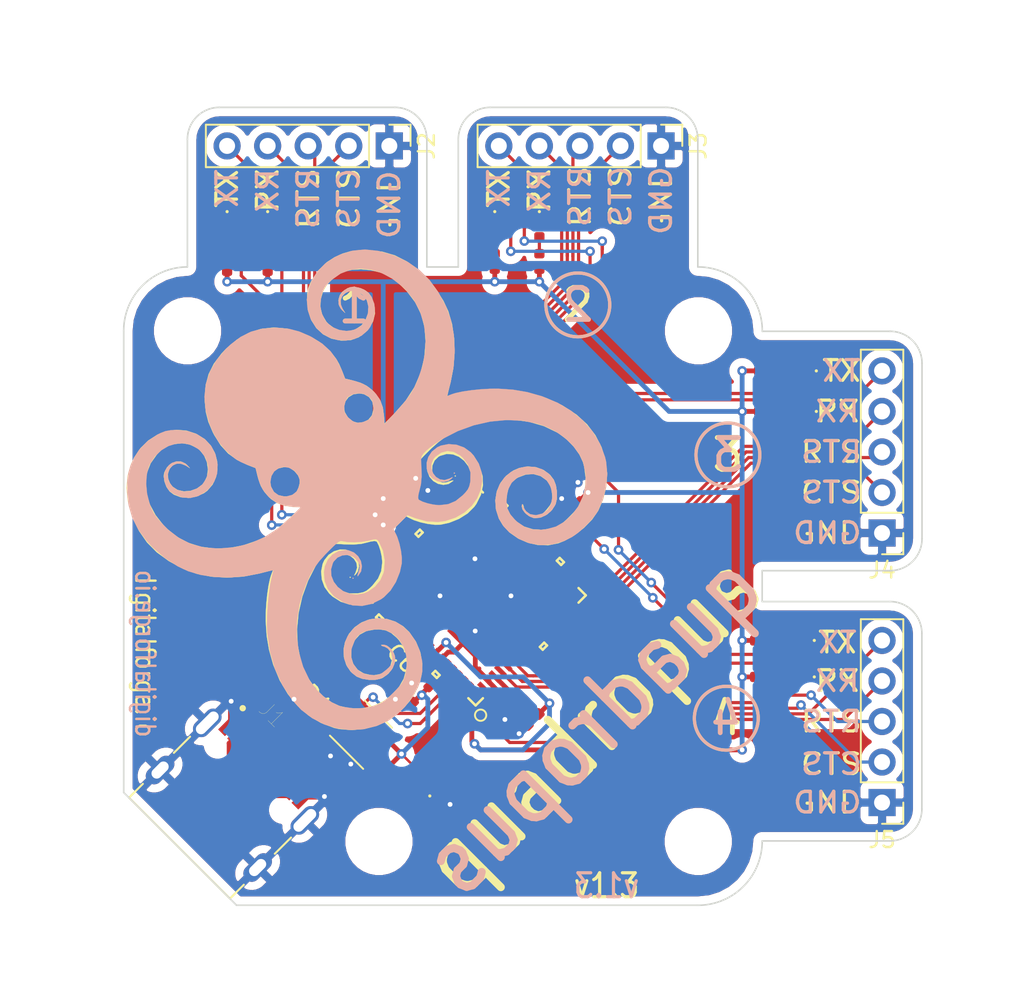
<source format=kicad_pcb>
(kicad_pcb (version 20171130) (host pcbnew 5.1.10)
  (layers (0 F.Cu signal) (31 B.Cu signal) (34 B.Paste user) (35 F.Paste user) (36 B.SilkS user) (37 F.SilkS user) (38 B.Mask user) (39 F.Mask user) (44 Edge.Cuts user))
  (net 0 "")
  (net 1 GND)
  (net 2 VDD)
  (net 3 VBUS)
  (net 4 /USBD+)
  (net 5 /USBD-)
  (net 6 "Net-(D2-Pad2)")
  (net 7 /GPIO_0)
  (net 8 "Net-(D3-Pad2)")
  (net 9 /GPIO_4)
  (net 10 "Net-(D4-Pad2)")
  (net 11 /GPIO_8)
  (net 12 "Net-(D5-Pad2)")
  (net 13 /GPIO_12)
  (net 14 "Net-(D6-Pad2)")
  (net 15 /GPIO_1)
  (net 16 "Net-(D7-Pad2)")
  (net 17 /GPIO_5)
  (net 18 "Net-(D8-Pad2)")
  (net 19 /GPIO_9)
  (net 20 "Net-(D9-Pad2)")
  (net 21 /GPIO_13)
  (net 22 /CC1)
  (net 23 /CC2)
  (net 24 /CTS0)
  (net 25 /RTS0)
  (net 26 /TX0)
  (net 27 /RX0)
  (net 28 /CTS2)
  (net 29 /RTS2)
  (net 30 /TX2)
  (net 31 /RX2)
  (net 32 /CTS3)
  (net 33 /RTS3)
  (net 34 /TX3)
  (net 35 /RX3)
  (net 36 /CTS1)
  (net 37 /RTS1)
  (net 38 /TX1)
  (net 39 /RX1)
  (net 40 "Net-(R7-Pad2)")
  (net 41 "Net-(D10-Pad2)")
  (net 42 "Net-(J1-PadB8)")
  (net 43 "Net-(J1-PadA8)")
  (net 44 "Net-(U1-Pad7)")
  (net 45 "Net-(U1-Pad8)")
  (net 46 "Net-(U1-Pad9)")
  (net 47 "Net-(U1-Pad10)")
  (net 48 "Net-(U1-Pad11)")
  (net 49 "Net-(U1-Pad12)")
  (net 50 "Net-(U1-Pad17)")
  (net 51 "Net-(U1-Pad18)")
  (net 52 "Net-(U1-Pad19)")
  (net 53 "Net-(U1-Pad20)")
  (net 54 "Net-(U1-Pad21)")
  (net 55 "Net-(U1-Pad22)")
  (net 56 "Net-(U1-Pad27)")
  (net 57 "Net-(U1-Pad28)")
  (net 58 "Net-(U1-Pad31)")
  (net 59 "Net-(U1-Pad32)")
  (net 60 "Net-(U1-Pad35)")
  (net 61 "Net-(U1-Pad36)")
  (net 62 "Net-(U1-Pad37)")
  (net 63 "Net-(U1-Pad38)")
  (net 64 "Net-(U1-Pad42)")
  (net 65 "Net-(U1-Pad43)")
  (net 66 "Net-(U1-Pad44)")
  (net 67 "Net-(U1-Pad45)")
  (net 68 "Net-(U1-Pad50)")
  (net 69 "Net-(U1-Pad51)")
  (net 70 "Net-(U1-Pad52)")
  (net 71 "Net-(U1-Pad53)")
  (module Connector_PinHeader_2.54mm:PinHeader_1x05_P2.54mm_Vertical (layer F.Cu) (at 160.655 116.586 180)
    (fp_text reference J5 (at 0 -2.33) (layer F.SilkS))
    (fp_text value Conn_01x05)
    (pad 5 thru_hole oval (at 0 10.16 180) (size 1.7 1.7) (drill 1) (layers *.Cu *.Mask) (net 34 /TX3))
    (pad 4 thru_hole oval (at 0 7.62 180) (size 1.7 1.7) (drill 1) (layers *.Cu *.Mask) (net 35 /RX3))
    (pad 3 thru_hole oval (at 0 5.08 180) (size 1.7 1.7) (drill 1) (layers *.Cu *.Mask) (net 33 /RTS3))
    (pad 2 thru_hole oval (at 0 2.54 180) (size 1.7 1.7) (drill 1) (layers *.Cu *.Mask) (net 32 /CTS3))
    (pad 1 thru_hole rect (at 0 0 180) (size 1.7 1.7) (drill 1) (layers *.Cu *.Mask) (net 1 GND))
  )
  (module Connector_PinHeader_2.54mm:PinHeader_1x05_P2.54mm_Vertical (layer F.Cu) (at 160.655 99.695 180)
    (fp_text reference J4 (at 0 -2.33) (layer F.SilkS))
    (fp_text value Conn_01x05)
    (pad 5 thru_hole oval (at 0 10.16 180) (size 1.7 1.7) (drill 1) (layers *.Cu *.Mask) (net 30 /TX2))
    (pad 4 thru_hole oval (at 0 7.62 180) (size 1.7 1.7) (drill 1) (layers *.Cu *.Mask) (net 31 /RX2))
    (pad 3 thru_hole oval (at 0 5.08 180) (size 1.7 1.7) (drill 1) (layers *.Cu *.Mask) (net 29 /RTS2))
    (pad 2 thru_hole oval (at 0 2.54 180) (size 1.7 1.7) (drill 1) (layers *.Cu *.Mask) (net 28 /CTS2))
    (pad 1 thru_hole rect (at 0 0 180) (size 1.7 1.7) (drill 1) (layers *.Cu *.Mask) (net 1 GND))
  )
  (module Connector_PinHeader_2.54mm:PinHeader_1x05_P2.54mm_Vertical (layer F.Cu) (at 146.812 75.438 270)
    (fp_text reference J3 (at 0 -2.33 90) (layer F.SilkS))
    (fp_text value Conn_01x05)
    (pad 5 thru_hole oval (at 0 10.16 270) (size 1.7 1.7) (drill 1) (layers *.Cu *.Mask) (net 38 /TX1))
    (pad 4 thru_hole oval (at 0 7.62 270) (size 1.7 1.7) (drill 1) (layers *.Cu *.Mask) (net 39 /RX1))
    (pad 3 thru_hole oval (at 0 5.08 270) (size 1.7 1.7) (drill 1) (layers *.Cu *.Mask) (net 37 /RTS1))
    (pad 2 thru_hole oval (at 0 2.54 270) (size 1.7 1.7) (drill 1) (layers *.Cu *.Mask) (net 36 /CTS1))
    (pad 1 thru_hole rect (at 0 0 270) (size 1.7 1.7) (drill 1) (layers *.Cu *.Mask) (net 1 GND))
  )
  (module Connector_PinHeader_2.54mm:PinHeader_1x05_P2.54mm_Vertical (layer F.Cu) (at 129.794 75.438 270)
    (fp_text reference J2 (at 0 -2.33 90) (layer F.SilkS))
    (fp_text value Conn_01x05)
    (pad 5 thru_hole oval (at 0 10.16 270) (size 1.7 1.7) (drill 1) (layers *.Cu *.Mask) (net 26 /TX0))
    (pad 4 thru_hole oval (at 0 7.62 270) (size 1.7 1.7) (drill 1) (layers *.Cu *.Mask) (net 27 /RX0))
    (pad 3 thru_hole oval (at 0 5.08 270) (size 1.7 1.7) (drill 1) (layers *.Cu *.Mask) (net 25 /RTS0))
    (pad 2 thru_hole oval (at 0 2.54 270) (size 1.7 1.7) (drill 1) (layers *.Cu *.Mask) (net 24 /CTS0))
    (pad 1 thru_hole rect (at 0 0 270) (size 1.7 1.7) (drill 1) (layers *.Cu *.Mask) (net 1 GND))
  )
  (module SNAPZZ-logos-names:quadropus (layer F.Cu) (at 128 96.6 45)
    (fp_text reference LOGO1 hide)
    (fp_text value " " hide)
  )
  (module Resistor_SMD:R_0402_1005Metric (layer F.Cu) (at 132.1 114.3 45)
    (fp_text reference R12 hide)
    (fp_text value 470R)
    (pad 2 smd roundrect (at 0.485 0 45) (size 0.59 0.64) (layers F.Cu F.Paste F.Mask) (net 41 "Net-(D10-Pad2)"))
    (pad 1 smd roundrect (at -0.485 0 45) (size 0.59 0.64) (layers F.Cu F.Paste F.Mask) (net 3 VBUS))
  )
  (module LED_SMD:LED_0402_1005Metric (layer F.Cu) (at 133.1 115.4 45)
    (fp_text reference D10 hide)
    (fp_text value GREEN)
    (pad 2 smd roundrect (at 0.485 0 45) (size 0.59 0.64) (layers F.Cu F.Paste F.Mask) (net 41 "Net-(D10-Pad2)"))
    (pad 1 smd roundrect (at -0.485 0 45) (size 0.59 0.64) (layers F.Cu F.Paste F.Mask) (net 1 GND))
  )
  (module LED_SMD:LED_0402_1005Metric (layer F.Cu) (at 119.634 80.645 270)
    (fp_text reference D6 hide)
    (fp_text value Orange)
    (pad 1 smd roundrect (at -0.485 0 270) (size 0.59 0.64) (layers F.Cu F.Paste F.Mask) (net 7 /GPIO_0))
    (pad 2 smd roundrect (at 0.485 0 270) (size 0.59 0.64) (layers F.Cu F.Paste F.Mask) (net 14 "Net-(D6-Pad2)"))
  )
  (module SNAPZZ-logos-names:quadropus (layer B.Cu) (at 128 96.6 225)
    (fp_text reference LOGO1 hide)
    (fp_text value " " hide)
  )
  (module MountingHole:MountingHole_3.2mm_M3 (layer F.Cu) (at 129.1448 119.0221)
    (fp_text reference H4 hide)
    (fp_text value MountingHole)
    (pad 1 np_thru_hole circle (at 0 0) (size 3.2 3.2) (drill 3.2) (layers *.Cu *.Mask))
  )
  (module MountingHole:MountingHole_3.2mm_M3 (layer F.Cu) (at 149.1448 119.0221)
    (fp_text reference H3 hide)
    (fp_text value MountingHole)
    (pad 1 np_thru_hole circle (at 0 0) (size 3.2 3.2) (drill 3.2) (layers *.Cu *.Mask))
  )
  (module MountingHole:MountingHole_3.2mm_M3 (layer F.Cu) (at 149.157 87.0221)
    (fp_text reference H2 hide)
    (fp_text value MountingHole)
    (pad 1 np_thru_hole circle (at 0 0) (size 3.2 3.2) (drill 3.2) (layers *.Cu *.Mask))
  )
  (module MountingHole:MountingHole_3.2mm_M3 (layer F.Cu) (at 117.157 87.0221)
    (fp_text reference H1 hide)
    (fp_text value MountingHole)
    (pad 1 np_thru_hole circle (at 0 0) (size 3.2 3.2) (drill 3.2) (layers *.Cu *.Mask))
  )
  (module kicad-footprints:CP2108-B03-GM (layer F.Cu) (at 135.2 103.6 135)
    (fp_text reference U1 hide)
    (fp_text value CP2108-B03-GM hide)
    (pad 65 smd rect (at -1.56 -1.59 135) (size 2.5 2.5) (layers F.Cu F.Paste F.Mask) (net 1 GND))
    (pad 64 smd rect (at -3.750945 -4.450001 135) (size 0.3 0.85) (layers F.Cu F.Paste F.Mask) (net 40 "Net-(R7-Pad2)"))
    (pad 63 smd rect (at -3.250819 -4.450001 135) (size 0.3 0.85) (layers F.Cu F.Paste F.Mask) (net 5 /USBD-))
    (pad 62 smd rect (at -2.750693 -4.450001 135) (size 0.3 0.85) (layers F.Cu F.Paste F.Mask) (net 4 /USBD+))
    (pad 61 smd rect (at -2.250567 -4.450001 135) (size 0.3 0.85) (layers F.Cu F.Paste F.Mask) (net 3 VBUS))
    (pad 60 smd rect (at -1.750441 -4.450001 135) (size 0.3 0.85) (layers F.Cu F.Paste F.Mask) (net 3 VBUS))
    (pad 59 smd rect (at -1.250315 -4.450001 135) (size 0.3 0.85) (layers F.Cu F.Paste F.Mask) (net 1 GND))
    (pad 58 smd rect (at -0.750189 -4.450001 135) (size 0.3 0.85) (layers F.Cu F.Paste F.Mask) (net 2 VDD))
    (pad 57 smd rect (at -0.250063 -4.450001 135) (size 0.3 0.85) (layers F.Cu F.Paste F.Mask) (net 26 /TX0))
    (pad 56 smd rect (at 0.250063 -4.450001 135) (size 0.3 0.85) (layers F.Cu F.Paste F.Mask) (net 27 /RX0))
    (pad 55 smd rect (at 0.750189 -4.450001 135) (size 0.3 0.85) (layers F.Cu F.Paste F.Mask) (net 25 /RTS0))
    (pad 54 smd rect (at 1.250315 -4.450001 135) (size 0.3 0.85) (layers F.Cu F.Paste F.Mask) (net 24 /CTS0))
    (pad 53 smd rect (at 1.750441 -4.450001 135) (size 0.3 0.85) (layers F.Cu F.Paste F.Mask) (net 71 "Net-(U1-Pad53)"))
    (pad 52 smd rect (at 2.250567 -4.450001 135) (size 0.3 0.85) (layers F.Cu F.Paste F.Mask) (net 70 "Net-(U1-Pad52)"))
    (pad 51 smd rect (at 2.750693 -4.450001 135) (size 0.3 0.85) (layers F.Cu F.Paste F.Mask) (net 69 "Net-(U1-Pad51)"))
    (pad 50 smd rect (at 3.250819 -4.450001 135) (size 0.3 0.85) (layers F.Cu F.Paste F.Mask) (net 68 "Net-(U1-Pad50)"))
    (pad 49 smd rect (at 3.750945 -4.450001 135) (size 0.3 0.85) (layers F.Cu F.Paste F.Mask) (net 38 /TX1))
    (pad 48 smd rect (at 4.450001 -3.750945 225) (size 0.3 0.85) (layers F.Cu F.Paste F.Mask) (net 39 /RX1))
    (pad 47 smd rect (at 4.450001 -3.250819 225) (size 0.3 0.85) (layers F.Cu F.Paste F.Mask) (net 37 /RTS1))
    (pad 46 smd rect (at 4.450001 -2.750693 225) (size 0.3 0.85) (layers F.Cu F.Paste F.Mask) (net 36 /CTS1))
    (pad 45 smd rect (at 4.450001 -2.250567 225) (size 0.3 0.85) (layers F.Cu F.Paste F.Mask) (net 67 "Net-(U1-Pad45)"))
    (pad 44 smd rect (at 4.450001 -1.750441 225) (size 0.3 0.85) (layers F.Cu F.Paste F.Mask) (net 66 "Net-(U1-Pad44)"))
    (pad 43 smd rect (at 4.450001 -1.250315 225) (size 0.3 0.85) (layers F.Cu F.Paste F.Mask) (net 65 "Net-(U1-Pad43)"))
    (pad 42 smd rect (at 4.450001 -0.750189 225) (size 0.3 0.85) (layers F.Cu F.Paste F.Mask) (net 64 "Net-(U1-Pad42)"))
    (pad 41 smd rect (at 4.450001 -0.250063 225) (size 0.3 0.85) (layers F.Cu F.Paste F.Mask) (net 7 /GPIO_0))
    (pad 40 smd rect (at 4.450001 0.250063 225) (size 0.3 0.85) (layers F.Cu F.Paste F.Mask) (net 15 /GPIO_1))
    (pad 39 smd rect (at 4.450001 0.750189 225) (size 0.3 0.85) (layers F.Cu F.Paste F.Mask) (net 2 VDD))
    (pad 38 smd rect (at 4.450001 1.250315 225) (size 0.3 0.85) (layers F.Cu F.Paste F.Mask) (net 63 "Net-(U1-Pad38)"))
    (pad 37 smd rect (at 4.450001 1.750441 225) (size 0.3 0.85) (layers F.Cu F.Paste F.Mask) (net 62 "Net-(U1-Pad37)"))
    (pad 36 smd rect (at 4.450001 2.250567 225) (size 0.3 0.85) (layers F.Cu F.Paste F.Mask) (net 61 "Net-(U1-Pad36)"))
    (pad 35 smd rect (at 4.450001 2.750693 225) (size 0.3 0.85) (layers F.Cu F.Paste F.Mask) (net 60 "Net-(U1-Pad35)"))
    (pad 34 smd rect (at 4.450001 3.250819 225) (size 0.3 0.85) (layers F.Cu F.Paste F.Mask) (net 9 /GPIO_4))
    (pad 33 smd rect (at 4.450001 3.750945 225) (size 0.3 0.85) (layers F.Cu F.Paste F.Mask) (net 17 /GPIO_5))
    (pad 32 smd rect (at 3.750945 4.450001 135) (size 0.3 0.85) (layers F.Cu F.Paste F.Mask) (net 59 "Net-(U1-Pad32)"))
    (pad 31 smd rect (at 3.250819 4.450001 135) (size 0.3 0.85) (layers F.Cu F.Paste F.Mask) (net 58 "Net-(U1-Pad31)"))
    (pad 30 smd rect (at 2.750693 4.450001 135) (size 0.3 0.85) (layers F.Cu F.Paste F.Mask) (net 11 /GPIO_8))
    (pad 29 smd rect (at 2.250567 4.450001 135) (size 0.3 0.85) (layers F.Cu F.Paste F.Mask) (net 19 /GPIO_9))
    (pad 28 smd rect (at 1.750441 4.450001 135) (size 0.3 0.85) (layers F.Cu F.Paste F.Mask) (net 57 "Net-(U1-Pad28)"))
    (pad 27 smd rect (at 1.250315 4.450001 135) (size 0.3 0.85) (layers F.Cu F.Paste F.Mask) (net 56 "Net-(U1-Pad27)"))
    (pad 26 smd rect (at 0.750189 4.450001 135) (size 0.3 0.85) (layers F.Cu F.Paste F.Mask) (net 13 /GPIO_12))
    (pad 25 smd rect (at 0.250063 4.450001 135) (size 0.3 0.85) (layers F.Cu F.Paste F.Mask) (net 1 GND))
    (pad 24 smd rect (at -0.250063 4.450001 135) (size 0.3 0.85) (layers F.Cu F.Paste F.Mask) (net 2 VDD))
    (pad 23 smd rect (at -0.750189 4.450001 135) (size 0.3 0.85) (layers F.Cu F.Paste F.Mask) (net 21 /GPIO_13))
    (pad 22 smd rect (at -1.250315 4.450001 135) (size 0.3 0.85) (layers F.Cu F.Paste F.Mask) (net 55 "Net-(U1-Pad22)"))
    (pad 21 smd rect (at -1.750441 4.450001 135) (size 0.3 0.85) (layers F.Cu F.Paste F.Mask) (net 54 "Net-(U1-Pad21)"))
    (pad 20 smd rect (at -2.250567 4.450001 135) (size 0.3 0.85) (layers F.Cu F.Paste F.Mask) (net 53 "Net-(U1-Pad20)"))
    (pad 19 smd rect (at -2.750693 4.450001 135) (size 0.3 0.85) (layers F.Cu F.Paste F.Mask) (net 52 "Net-(U1-Pad19)"))
    (pad 18 smd rect (at -3.250819 4.450001 135) (size 0.3 0.85) (layers F.Cu F.Paste F.Mask) (net 51 "Net-(U1-Pad18)"))
    (pad 17 smd rect (at -3.750945 4.450001 135) (size 0.3 0.85) (layers F.Cu F.Paste F.Mask) (net 50 "Net-(U1-Pad17)"))
    (pad 16 smd rect (at -4.450001 3.750945 225) (size 0.3 0.85) (layers F.Cu F.Paste F.Mask) (net 30 /TX2))
    (pad 15 smd rect (at -4.450001 3.250819 225) (size 0.3 0.85) (layers F.Cu F.Paste F.Mask) (net 31 /RX2))
    (pad 14 smd rect (at -4.450001 2.750693 225) (size 0.3 0.85) (layers F.Cu F.Paste F.Mask) (net 29 /RTS2))
    (pad 13 smd rect (at -4.450001 2.250567 225) (size 0.3 0.85) (layers F.Cu F.Paste F.Mask) (net 28 /CTS2))
    (pad 12 smd rect (at -4.450001 1.750441 225) (size 0.3 0.85) (layers F.Cu F.Paste F.Mask) (net 49 "Net-(U1-Pad12)"))
    (pad 11 smd rect (at -4.450001 1.250315 225) (size 0.3 0.85) (layers F.Cu F.Paste F.Mask) (net 48 "Net-(U1-Pad11)"))
    (pad 10 smd rect (at -4.450001 0.750189 225) (size 0.3 0.85) (layers F.Cu F.Paste F.Mask) (net 47 "Net-(U1-Pad10)"))
    (pad 9 smd rect (at -4.450001 0.250063 225) (size 0.3 0.85) (layers F.Cu F.Paste F.Mask) (net 46 "Net-(U1-Pad9)"))
    (pad 8 smd rect (at -4.450001 -0.250063 225) (size 0.3 0.85) (layers F.Cu F.Paste F.Mask) (net 45 "Net-(U1-Pad8)"))
    (pad 7 smd rect (at -4.450001 -0.750189 225) (size 0.3 0.85) (layers F.Cu F.Paste F.Mask) (net 44 "Net-(U1-Pad7)"))
    (pad 6 smd rect (at -4.450001 -1.250315 225) (size 0.3 0.85) (layers F.Cu F.Paste F.Mask) (net 33 /RTS3))
    (pad 5 smd rect (at -4.450001 -1.750441 225) (size 0.3 0.85) (layers F.Cu F.Paste F.Mask) (net 32 /CTS3))
    (pad 4 smd rect (at -4.450001 -2.250567 225) (size 0.3 0.85) (layers F.Cu F.Paste F.Mask) (net 34 /TX3))
    (pad 3 smd rect (at -4.450001 -2.750693 225) (size 0.3 0.85) (layers F.Cu F.Paste F.Mask) (net 2 VDD))
    (pad 2 smd rect (at -4.450001 -3.250819 225) (size 0.3 0.85) (layers F.Cu F.Paste F.Mask) (net 1 GND))
    (pad 1 smd rect (at -4.450001 -3.750945 225) (size 0.3 0.85) (layers F.Cu F.Paste F.Mask) (net 35 /RX3))
    (pad 65 smd rect (at 1.61 -1.58 135) (size 2.5 2.5) (layers F.Cu F.Paste F.Mask) (net 1 GND))
    (pad 65 smd rect (at -1.53 1.57 135) (size 2.5 2.5) (layers F.Cu F.Paste F.Mask) (net 1 GND))
    (pad 65 smd rect (at 1.65 1.59 135) (size 2.5 2.5) (layers F.Cu F.Paste F.Mask) (net 1 GND))
  )
  (module Resistor_SMD:R_0402_1005Metric (layer F.Cu) (at 153.162 106.426)
    (fp_text reference R11 hide)
    (fp_text value 470R)
    (pad 2 smd roundrect (at 0.485 0) (size 0.59 0.64) (layers F.Cu F.Paste F.Mask) (net 20 "Net-(D9-Pad2)"))
    (pad 1 smd roundrect (at -0.485 0) (size 0.59 0.64) (layers F.Cu F.Paste F.Mask) (net 2 VDD))
  )
  (module Resistor_SMD:R_0402_1005Metric (layer F.Cu) (at 153.416 89.535)
    (fp_text reference R10 hide)
    (fp_text value 470R)
    (pad 2 smd roundrect (at 0.485 0) (size 0.59 0.64) (layers F.Cu F.Paste F.Mask) (net 18 "Net-(D8-Pad2)"))
    (pad 1 smd roundrect (at -0.485 0) (size 0.59 0.64) (layers F.Cu F.Paste F.Mask) (net 2 VDD))
  )
  (module Resistor_SMD:R_0402_1005Metric (layer F.Cu) (at 136.398 82.677 90)
    (fp_text reference R9 hide)
    (fp_text value 470R)
    (pad 2 smd roundrect (at 0.485 0 90) (size 0.59 0.64) (layers F.Cu F.Paste F.Mask) (net 16 "Net-(D7-Pad2)"))
    (pad 1 smd roundrect (at -0.485 0 90) (size 0.59 0.64) (layers F.Cu F.Paste F.Mask) (net 2 VDD))
  )
  (module Resistor_SMD:R_0402_1005Metric (layer F.Cu) (at 119.634 82.804 90)
    (fp_text reference R8 hide)
    (fp_text value 470R)
    (pad 2 smd roundrect (at 0.485 0 90) (size 0.59 0.64) (layers F.Cu F.Paste F.Mask) (net 14 "Net-(D6-Pad2)"))
    (pad 1 smd roundrect (at -0.485 0 90) (size 0.59 0.64) (layers F.Cu F.Paste F.Mask) (net 2 VDD))
  )
  (module Resistor_SMD:R_0402_1005Metric (layer F.Cu) (at 134.62 111.379 135)
    (fp_text reference R7 hide)
    (fp_text value 4.7k)
    (pad 2 smd roundrect (at 0.485 0 135) (size 0.59 0.64) (layers F.Cu F.Paste F.Mask) (net 40 "Net-(R7-Pad2)"))
    (pad 1 smd roundrect (at -0.485 0 135) (size 0.59 0.64) (layers F.Cu F.Paste F.Mask) (net 2 VDD))
  )
  (module Resistor_SMD:R_0402_1005Metric (layer F.Cu) (at 153.162 108.712)
    (fp_text reference R6 hide)
    (fp_text value 470R)
    (pad 2 smd roundrect (at 0.485 0) (size 0.59 0.64) (layers F.Cu F.Paste F.Mask) (net 12 "Net-(D5-Pad2)"))
    (pad 1 smd roundrect (at -0.485 0) (size 0.59 0.64) (layers F.Cu F.Paste F.Mask) (net 2 VDD))
  )
  (module Resistor_SMD:R_0402_1005Metric (layer F.Cu) (at 153.416 92.075)
    (fp_text reference R5 hide)
    (fp_text value 470R)
    (pad 2 smd roundrect (at 0.485 0) (size 0.59 0.64) (layers F.Cu F.Paste F.Mask) (net 10 "Net-(D4-Pad2)"))
    (pad 1 smd roundrect (at -0.485 0) (size 0.59 0.64) (layers F.Cu F.Paste F.Mask) (net 2 VDD))
  )
  (module Resistor_SMD:R_0402_1005Metric (layer F.Cu) (at 139.192 82.677 90)
    (fp_text reference R4 hide)
    (fp_text value 470R)
    (pad 2 smd roundrect (at 0.485 0 90) (size 0.59 0.64) (layers F.Cu F.Paste F.Mask) (net 8 "Net-(D3-Pad2)"))
    (pad 1 smd roundrect (at -0.485 0 90) (size 0.59 0.64) (layers F.Cu F.Paste F.Mask) (net 2 VDD))
  )
  (module Resistor_SMD:R_0402_1005Metric (layer F.Cu) (at 122.174 82.804 90)
    (fp_text reference R3 hide)
    (fp_text value 470R)
    (pad 2 smd roundrect (at 0.485 0 90) (size 0.59 0.64) (layers F.Cu F.Paste F.Mask) (net 6 "Net-(D2-Pad2)"))
    (pad 1 smd roundrect (at -0.485 0 90) (size 0.59 0.64) (layers F.Cu F.Paste F.Mask) (net 2 VDD))
  )
  (module Resistor_SMD:R_0402_1005Metric (layer F.Cu) (at 125.222 113.411 45)
    (fp_text reference R2 hide)
    (fp_text value 5.1k)
    (pad 2 smd roundrect (at 0.485 0 45) (size 0.59 0.64) (layers F.Cu F.Paste F.Mask) (net 1 GND))
    (pad 1 smd roundrect (at -0.485 0 45) (size 0.59 0.64) (layers F.Cu F.Paste F.Mask) (net 23 /CC2))
  )
  (module Resistor_SMD:R_0402_1005Metric (layer F.Cu) (at 122.936 110.998 45)
    (fp_text reference R1 hide)
    (fp_text value 5.1k)
    (pad 2 smd roundrect (at 0.485 0 45) (size 0.59 0.64) (layers F.Cu F.Paste F.Mask) (net 1 GND))
    (pad 1 smd roundrect (at -0.485 0 45) (size 0.59 0.64) (layers F.Cu F.Paste F.Mask) (net 22 /CC1))
  )
  (module kicad-footprints:HRO_USB-C-31-M-12 (layer F.Cu) (at 118.491 117.602 315)
    (fp_text reference J1 (at -1.825 -7.435 135) (layer F.SilkS) (effects (font (thickness 0.015))))
    (fp_text value USB-C_HRO_31-M-12)
    (pad None np_thru_hole circle (at 2.89 -3.65 315) (size 0.7 0.7) (drill 0.7) (layers *.Cu *.Mask))
    (pad None np_thru_hole circle (at -2.89 -3.65 315) (size 0.7 0.7) (drill 0.7) (layers *.Cu *.Mask))
    (pad S4 thru_hole oval (at 4.32 0 315) (size 1.05 2.1) (drill oval 0.65 1.25) (layers *.Cu *.Mask) (net 1 GND))
    (pad S3 thru_hole oval (at -4.32 0 315) (size 1.05 2.1) (drill oval 0.65 1.25) (layers *.Cu *.Mask) (net 1 GND))
    (pad S2 thru_hole oval (at 4.32 -4.18 315) (size 1.05 2.1) (drill oval 0.65 1.75) (layers *.Cu *.Mask) (net 1 GND))
    (pad S1 thru_hole oval (at -4.32 -4.18 315) (size 1.05 2.1) (drill oval 0.65 1.75) (layers *.Cu *.Mask) (net 1 GND))
    (pad B1A12 smd rect (at 3.25 -5.095 315) (size 0.6 1.45) (layers F.Cu F.Paste F.Mask) (net 1 GND))
    (pad B4A9 smd rect (at 2.45 -5.095 315) (size 0.6 1.45) (layers F.Cu F.Paste F.Mask) (net 3 VBUS))
    (pad B5 smd rect (at 1.75 -5.095 315) (size 0.3 1.45) (layers F.Cu F.Paste F.Mask) (net 23 /CC2))
    (pad A8 smd rect (at 1.25 -5.095 315) (size 0.3 1.45) (layers F.Cu F.Paste F.Mask) (net 43 "Net-(J1-PadA8)"))
    (pad B6 smd rect (at 0.75 -5.095 315) (size 0.3 1.45) (layers F.Cu F.Paste F.Mask) (net 4 /USBD+))
    (pad A7 smd rect (at 0.25 -5.095 315) (size 0.3 1.45) (layers F.Cu F.Paste F.Mask) (net 5 /USBD-))
    (pad B8 smd rect (at -1.75 -5.095 315) (size 0.3 1.45) (layers F.Cu F.Paste F.Mask) (net 42 "Net-(J1-PadB8)"))
    (pad A5 smd rect (at -1.25 -5.095 315) (size 0.3 1.45) (layers F.Cu F.Paste F.Mask) (net 22 /CC1))
    (pad B7 smd rect (at -0.75 -5.095 315) (size 0.3 1.45) (layers F.Cu F.Paste F.Mask) (net 5 /USBD-))
    (pad A6 smd rect (at -0.25 -5.095 315) (size 0.3 1.45) (layers F.Cu F.Paste F.Mask) (net 4 /USBD+))
    (pad A4B9 smd rect (at -2.45 -5.095 315) (size 0.6 1.45) (layers F.Cu F.Paste F.Mask) (net 3 VBUS))
    (pad A1B12 smd rect (at -3.25 -5.095 315) (size 0.6 1.45) (layers F.Cu F.Paste F.Mask) (net 1 GND))
  )
  (module LED_SMD:LED_0402_1005Metric (layer F.Cu) (at 155.321 106.426 180)
    (fp_text reference D9 hide)
    (fp_text value Orange)
    (pad 1 smd roundrect (at -0.485 0 180) (size 0.59 0.64) (layers F.Cu F.Paste F.Mask) (net 13 /GPIO_12))
    (pad 2 smd roundrect (at 0.485 0 180) (size 0.59 0.64) (layers F.Cu F.Paste F.Mask) (net 20 "Net-(D9-Pad2)"))
  )
  (module LED_SMD:LED_0402_1005Metric (layer F.Cu) (at 155.448 89.535 180)
    (fp_text reference D8 hide)
    (fp_text value Orange)
    (pad 1 smd roundrect (at -0.485 0 180) (size 0.59 0.64) (layers F.Cu F.Paste F.Mask) (net 11 /GPIO_8))
    (pad 2 smd roundrect (at 0.485 0 180) (size 0.59 0.64) (layers F.Cu F.Paste F.Mask) (net 18 "Net-(D8-Pad2)"))
  )
  (module LED_SMD:LED_0402_1005Metric (layer F.Cu) (at 136.398 80.645 270)
    (fp_text reference D7 hide)
    (fp_text value Orange)
    (pad 1 smd roundrect (at -0.485 0 270) (size 0.59 0.64) (layers F.Cu F.Paste F.Mask) (net 9 /GPIO_4))
    (pad 2 smd roundrect (at 0.485 0 270) (size 0.59 0.64) (layers F.Cu F.Paste F.Mask) (net 16 "Net-(D7-Pad2)"))
  )
  (module LED_SMD:LED_0402_1005Metric (layer F.Cu) (at 155.321 108.712 180)
    (fp_text reference D5 hide)
    (fp_text value GREEN)
    (pad 1 smd roundrect (at -0.485 0 180) (size 0.59 0.64) (layers F.Cu F.Paste F.Mask) (net 21 /GPIO_13))
    (pad 2 smd roundrect (at 0.485 0 180) (size 0.59 0.64) (layers F.Cu F.Paste F.Mask) (net 12 "Net-(D5-Pad2)"))
  )
  (module LED_SMD:LED_0402_1005Metric (layer F.Cu) (at 155.448 92.075 180)
    (fp_text reference D4 hide)
    (fp_text value GREEN)
    (pad 1 smd roundrect (at -0.485 0 180) (size 0.59 0.64) (layers F.Cu F.Paste F.Mask) (net 19 /GPIO_9))
    (pad 2 smd roundrect (at 0.485 0 180) (size 0.59 0.64) (layers F.Cu F.Paste F.Mask) (net 10 "Net-(D4-Pad2)"))
  )
  (module LED_SMD:LED_0402_1005Metric (layer F.Cu) (at 139.192 80.645 270)
    (fp_text reference D3 hide)
    (fp_text value GREEN)
    (pad 1 smd roundrect (at -0.485 0 270) (size 0.59 0.64) (layers F.Cu F.Paste F.Mask) (net 17 /GPIO_5))
    (pad 2 smd roundrect (at 0.485 0 270) (size 0.59 0.64) (layers F.Cu F.Paste F.Mask) (net 8 "Net-(D3-Pad2)"))
  )
  (module LED_SMD:LED_0402_1005Metric (layer F.Cu) (at 122.174 80.645 270)
    (fp_text reference D2 hide)
    (fp_text value GREEN)
    (pad 1 smd roundrect (at -0.485 0 270) (size 0.59 0.64) (layers F.Cu F.Paste F.Mask) (net 15 /GPIO_1))
    (pad 2 smd roundrect (at 0.485 0 270) (size 0.59 0.64) (layers F.Cu F.Paste F.Mask) (net 6 "Net-(D2-Pad2)"))
  )
  (module Package_TO_SOT_SMD:SOT-143 (layer F.Cu) (at 128.016 112.141 135)
    (fp_text reference D1 (at 3.412497 -0.538815 135) (layer F.SilkS))
    (fp_text value SP0503BAHTG)
    (pad 4 smd rect (at 1.1 -0.95 45) (size 1 1.4) (layers F.Cu F.Paste F.Mask) (net 4 /USBD+))
    (pad 3 smd rect (at 1.1 0.95 45) (size 1 1.4) (layers F.Cu F.Paste F.Mask) (net 5 /USBD-))
    (pad 2 smd rect (at -1.1 0.95 45) (size 1 1.4) (layers F.Cu F.Paste F.Mask) (net 3 VBUS))
    (pad 1 smd rect (at -1.1 -0.77 45) (size 1.2 1.4) (layers F.Cu F.Paste F.Mask) (net 1 GND))
  )
  (module Capacitor_SMD:C_0402_1005Metric (layer F.Cu) (at 130.937 109.982 135)
    (fp_text reference C8 hide)
    (fp_text value 4.7uF)
    (pad 2 smd roundrect (at 0.485 0 135) (size 0.59 0.64) (layers F.Cu F.Paste F.Mask) (net 1 GND))
    (pad 1 smd roundrect (at -0.485 0 135) (size 0.59 0.64) (layers F.Cu F.Paste F.Mask) (net 3 VBUS))
  )
  (module Capacitor_SMD:C_0402_1005Metric (layer F.Cu) (at 130.556 97.155 45)
    (fp_text reference C7 hide)
    (fp_text value 4.7uF)
    (pad 2 smd roundrect (at 0.485 0 45) (size 0.59 0.64) (layers F.Cu F.Paste F.Mask) (net 1 GND))
    (pad 1 smd roundrect (at -0.485 0 45) (size 0.59 0.64) (layers F.Cu F.Paste F.Mask) (net 2 VDD))
  )
  (module Capacitor_SMD:C_0402_1005Metric (layer F.Cu) (at 131.953 108.966 135)
    (fp_text reference C6 (at 1.973535 0.034648 135) (layer F.SilkS))
    (fp_text value 0.1uF)
    (pad 2 smd roundrect (at 0.485 0 135) (size 0.59 0.64) (layers F.Cu F.Paste F.Mask) (net 1 GND))
    (pad 1 smd roundrect (at -0.485 0 135) (size 0.59 0.64) (layers F.Cu F.Paste F.Mask) (net 3 VBUS))
  )
  (module Capacitor_SMD:C_0402_1005Metric (layer F.Cu) (at 131.318 97.917 45)
    (fp_text reference C5 hide)
    (fp_text value 0.1uF)
    (pad 2 smd roundrect (at 0.485 0 45) (size 0.59 0.64) (layers F.Cu F.Paste F.Mask) (net 1 GND))
    (pad 1 smd roundrect (at -0.485 0 45) (size 0.59 0.64) (layers F.Cu F.Paste F.Mask) (net 2 VDD))
  )
  (module Capacitor_SMD:C_0402_1005Metric (layer F.Cu) (at 141.351 97.409 135)
    (fp_text reference C4 hide)
    (fp_text value 4.7uF)
    (pad 2 smd roundrect (at 0.485 0 135) (size 0.59 0.64) (layers F.Cu F.Paste F.Mask) (net 1 GND))
    (pad 1 smd roundrect (at -0.485 0 135) (size 0.59 0.64) (layers F.Cu F.Paste F.Mask) (net 2 VDD))
  )
  (module Capacitor_SMD:C_0402_1005Metric (layer F.Cu) (at 138.811 111.379 225)
    (fp_text reference C3 hide)
    (fp_text value 4.7uF)
    (pad 2 smd roundrect (at 0.485 0 225) (size 0.59 0.64) (layers F.Cu F.Paste F.Mask) (net 1 GND))
    (pad 1 smd roundrect (at -0.485 0 225) (size 0.59 0.64) (layers F.Cu F.Paste F.Mask) (net 2 VDD))
  )
  (module Capacitor_SMD:C_0402_1005Metric (layer F.Cu) (at 140.462 98.298 135)
    (fp_text reference C2 hide)
    (fp_text value 0.1uF)
    (pad 2 smd roundrect (at 0.485 0 135) (size 0.59 0.64) (layers F.Cu F.Paste F.Mask) (net 1 GND))
    (pad 1 smd roundrect (at -0.485 0 135) (size 0.59 0.64) (layers F.Cu F.Paste F.Mask) (net 2 VDD))
  )
  (module Capacitor_SMD:C_0402_1005Metric (layer F.Cu) (at 137.922 110.49 225)
    (fp_text reference C1 hide)
    (fp_text value 0.1uF)
    (pad 2 smd roundrect (at 0.485 0 225) (size 0.59 0.64) (layers F.Cu F.Paste F.Mask) (net 1 GND))
    (pad 1 smd roundrect (at -0.485 0 225) (size 0.59 0.64) (layers F.Cu F.Paste F.Mask) (net 2 VDD))
  )
  (gr_text digitalforge.io (at 114.5 107.25 -90) (layer F.SilkS) (effects (font (size 1.2 1))))
  (gr_text digitalforge.io (at 114.5 107.25 -90) (layer B.SilkS) (effects (font (size 1.2 1)) (justify mirror)))
  (gr_text quadropus (at 142.5 111.7 45) (layer F.SilkS) (effects (font (size 4 3.5) (thickness 0.5))))
  (gr_text v1.3 (at 143.4 121.8) (layer F.SilkS) (effects (font (size 1.5 1.3) (thickness 0.2))))
  (gr_text 1 (at 127.6 85.5) (layer F.SilkS) (effects (font (size 2 2) (thickness 0.3))))
  (gr_text 1 (at 127.6 85.5) (layer B.SilkS) (effects (font (size 2 2) (thickness 0.3)) (justify mirror)))
  (gr_text GND (at 129.794 79.121 90) (layer F.SilkS) (effects (font (size 1.3 1.4) (thickness 0.2))))
  (gr_text RX (at 122.174 78.232 90) (layer F.SilkS) (effects (font (size 1.3 1.4) (thickness 0.2))))
  (gr_text TX (at 119.634 78.105 90) (layer F.SilkS) (effects (font (size 1.3 1.4) (thickness 0.2))))
  (gr_text RTS (at 124.714 78.74 90) (layer F.SilkS) (effects (font (size 1.3 1.4) (thickness 0.2))))
  (gr_text "CTS\n" (at 127.254 78.74 90) (layer F.SilkS) (effects (font (size 1.3 1.4) (thickness 0.2))))
  (gr_circle (center 141.6 85.4) (end 143.6 85.4) (layer F.SilkS) (width 0.2))
  (gr_text GND (at 146.812 78.867 90) (layer F.SilkS) (effects (font (size 1.3 1.4) (thickness 0.2))))
  (gr_text TX (at 136.652 78.105 90) (layer F.SilkS) (effects (font (size 1.3 1.4) (thickness 0.2))))
  (gr_text 2 (at 141.6 85.4) (layer F.SilkS) (effects (font (size 2 2) (thickness 0.3))))
  (gr_text RX (at 139.192 78.232 90) (layer F.SilkS) (effects (font (size 1.3 1.4) (thickness 0.2))))
  (gr_text RTS (at 141.732 78.613 90) (layer F.SilkS) (effects (font (size 1.3 1.4) (thickness 0.2))))
  (gr_text "CTS\n" (at 144.272 78.613 90) (layer F.SilkS) (effects (font (size 1.3 1.4) (thickness 0.2))))
  (gr_circle (center 151 94.8) (end 153 94.8) (layer F.SilkS) (width 0.2))
  (gr_text 3 (at 151 94.8) (layer F.SilkS) (effects (font (size 2 2) (thickness 0.3))))
  (gr_text GND (at 157.226 99.695) (layer F.SilkS) (effects (font (size 1.3 1.4) (thickness 0.2))))
  (gr_text "CTS\n" (at 157.48 97.155) (layer F.SilkS) (effects (font (size 1.3 1.4) (thickness 0.2))))
  (gr_text TX (at 158.115 89.535) (layer F.SilkS) (effects (font (size 1.3 1.4) (thickness 0.2))))
  (gr_text RTS (at 157.48 94.615) (layer F.SilkS) (effects (font (size 1.3 1.4) (thickness 0.2))))
  (gr_text RX (at 157.861 92.075) (layer F.SilkS) (effects (font (size 1.3 1.4) (thickness 0.2))))
  (gr_circle (center 150.9 111.3) (end 152.9 111.3) (layer F.SilkS) (width 0.2))
  (gr_text RX (at 157.861 108.966) (layer F.SilkS) (effects (font (size 1.3 1.4) (thickness 0.2))))
  (gr_text RTS (at 157.48 111.506) (layer F.SilkS) (effects (font (size 1.3 1.4) (thickness 0.2))))
  (gr_text TX (at 157.861 106.553) (layer F.SilkS) (effects (font (size 1.3 1.4) (thickness 0.2))))
  (gr_text "CTS\n" (at 157.48 114.173) (layer F.SilkS) (effects (font (size 1.3 1.4) (thickness 0.2))))
  (gr_text GND (at 157.226 116.586) (layer F.SilkS) (effects (font (size 1.3 1.4) (thickness 0.2))))
  (gr_text 4 (at 150.9 111.3) (layer F.SilkS) (effects (font (size 2 2) (thickness 0.3))))
  (gr_text quadropus (at 142.5 111.7 45) (layer B.SilkS) (effects (font (size 4 3.5) (thickness 0.5)) (justify mirror)))
  (gr_circle (center 141.6 85.4) (end 143.6 85.4) (layer B.SilkS) (width 0.2))
  (gr_text 2 (at 141.6 85.4) (layer B.SilkS) (effects (font (size 2 2) (thickness 0.3)) (justify mirror)))
  (gr_circle (center 151 94.8) (end 153 94.8) (layer B.SilkS) (width 0.2))
  (gr_text 3 (at 151 94.8) (layer B.SilkS) (effects (font (size 2 2) (thickness 0.3)) (justify mirror)))
  (gr_circle (center 150.9 111.3) (end 152.9 111.3) (layer B.SilkS) (width 0.2))
  (gr_text 4 (at 150.9 111.3) (layer B.SilkS) (effects (font (size 2 2) (thickness 0.3)) (justify mirror)))
  (gr_text v1.3 (at 143.4 121.8) (layer B.SilkS) (effects (font (size 1.5 1.3) (thickness 0.2)) (justify mirror)))
  (gr_text TX (at 136.652 78.105 90) (layer B.SilkS) (effects (font (size 1.3 1.4) (thickness 0.2)) (justify mirror)))
  (gr_text GND (at 157.226 116.586) (layer B.SilkS) (effects (font (size 1.3 1.4) (thickness 0.2)) (justify mirror)))
  (gr_text GND (at 157.226 99.695) (layer B.SilkS) (effects (font (size 1.3 1.4) (thickness 0.2)) (justify mirror)))
  (gr_text GND (at 146.812 78.867 90) (layer B.SilkS) (effects (font (size 1.3 1.4) (thickness 0.2)) (justify mirror)))
  (gr_text GND (at 129.794 79.121 90) (layer B.SilkS) (effects (font (size 1.3 1.4) (thickness 0.2)) (justify mirror)))
  (gr_text "CTS\n" (at 157.48 114.173) (layer B.SilkS) (effects (font (size 1.3 1.4) (thickness 0.2)) (justify mirror)))
  (gr_text RX (at 157.861 108.966) (layer B.SilkS) (effects (font (size 1.3 1.4) (thickness 0.2)) (justify mirror)))
  (gr_text RTS (at 157.48 111.506) (layer B.SilkS) (effects (font (size 1.3 1.4) (thickness 0.2)) (justify mirror)))
  (gr_text TX (at 157.861 106.553) (layer B.SilkS) (effects (font (size 1.3 1.4) (thickness 0.2)) (justify mirror)))
  (gr_text "CTS\n" (at 157.48 97.155) (layer B.SilkS) (effects (font (size 1.3 1.4) (thickness 0.2)) (justify mirror)))
  (gr_text RX (at 157.861 92.075) (layer B.SilkS) (effects (font (size 1.3 1.4) (thickness 0.2)) (justify mirror)))
  (gr_text RTS (at 157.48 94.615) (layer B.SilkS) (effects (font (size 1.3 1.4) (thickness 0.2)) (justify mirror)))
  (gr_text TX (at 158.115 89.535) (layer B.SilkS) (effects (font (size 1.3 1.4) (thickness 0.2)) (justify mirror)))
  (gr_text "CTS\n" (at 144.272 78.613 90) (layer B.SilkS) (effects (font (size 1.3 1.4) (thickness 0.2)) (justify mirror)))
  (gr_text RTS (at 141.732 78.613 90) (layer B.SilkS) (effects (font (size 1.3 1.4) (thickness 0.2)) (justify mirror)))
  (gr_text RX (at 139.192 78.232 90) (layer B.SilkS) (effects (font (size 1.3 1.4) (thickness 0.2)) (justify mirror)))
  (gr_text "CTS\n" (at 127.254 78.74 90) (layer B.SilkS) (effects (font (size 1.3 1.4) (thickness 0.2)) (justify mirror)))
  (gr_text RTS (at 124.714 78.74 90) (layer B.SilkS) (effects (font (size 1.3 1.4) (thickness 0.2)) (justify mirror)))
  (gr_text TX (at 119.634 78.105 90) (layer B.SilkS) (effects (font (size 1.3 1.4) (thickness 0.2)) (justify mirror)))
  (gr_text RX (at 122.174 78.232 90) (layer B.SilkS) (effects (font (size 1.3 1.4) (thickness 0.2)) (justify mirror)))
  (gr_line (start 161.157 102.054468) (end 153.1486 102.054468) (layer Edge.Cuts) (width 0.1))
  (gr_arc (start 161.157 100.05447) (end 161.157 102.05447) (angle -90) (layer Edge.Cuts) (width 0.1))
  (gr_arc (start 161.157 89.0545) (end 163.157 89.054501) (angle -90) (layer Edge.Cuts) (width 0.1))
  (gr_arc (start 149.1282 87.0509) (end 153.157018 87.054463) (angle -90.2) (layer Edge.Cuts) (width 0.1))
  (gr_line (start 153.1488 118.9897) (end 161.1488 118.9897) (layer Edge.Cuts) (width 0.1))
  (gr_arc (start 161.1488 116.9897) (end 161.1488 118.9897) (angle -90) (layer Edge.Cuts) (width 0.1))
  (gr_line (start 153.157 87.0545) (end 161.157 87.0545) (layer Edge.Cuts) (width 0.1))
  (gr_line (start 163.1488 116.9897) (end 163.1488 105.98973) (layer Edge.Cuts) (width 0.1))
  (gr_arc (start 161.1488 105.98973) (end 163.1488 105.98973) (angle -90) (layer Edge.Cuts) (width 0.1))
  (gr_line (start 161.1488 103.989732) (end 153.1486 103.989732) (layer Edge.Cuts) (width 0.1))
  (gr_line (start 163.157 89.0545) (end 163.157 100.05447) (layer Edge.Cuts) (width 0.1))
  (gr_line (start 153.1486 103.989732) (end 153.1486 102.054468) (layer Edge.Cuts) (width 0.1))
  (gr_line (start 149.12 123.0221) (end 120.2281 123.0221) (layer Edge.Cuts) (width 0.1))
  (gr_arc (start 149.12 118.9933) (end 149.12 123.02212) (angle -90.1) (layer Edge.Cuts) (width 0.1))
  (gr_arc (start 119.1486 75.0221) (end 119.1486 73.0221) (angle -90) (layer Edge.Cuts) (width 0.1))
  (gr_line (start 117.1486 75.0221) (end 117.1486 83.0221) (layer Edge.Cuts) (width 0.1))
  (gr_line (start 113.157 115.951) (end 120.2281 123.0221) (layer Edge.Cuts) (width 0.1))
  (gr_line (start 132.144809 83.0221) (end 134.116209 83.0221) (layer Edge.Cuts) (width 0.1))
  (gr_line (start 136.11621 73.0221) (end 147.1162 73.0221) (layer Edge.Cuts) (width 0.1))
  (gr_arc (start 136.11621 75.0221) (end 136.11621 73.0221) (angle -90) (layer Edge.Cuts) (width 0.1))
  (gr_arc (start 147.1162 75.0221) (end 149.1162 75.0221) (angle -90) (layer Edge.Cuts) (width 0.1))
  (gr_arc (start 117.157 87.0221) (end 117.144762 83.022119) (angle -89.8) (layer Edge.Cuts) (width 0.1))
  (gr_line (start 132.144809 83.0221) (end 132.144809 75.0221) (layer Edge.Cuts) (width 0.1))
  (gr_line (start 130.14481 73.0221) (end 119.1486 73.0221) (layer Edge.Cuts) (width 0.1))
  (gr_arc (start 130.14481 75.0221) (end 132.14481 75.0221) (angle -90) (layer Edge.Cuts) (width 0.1))
  (gr_line (start 134.116209 83.0221) (end 134.116209 75.0221) (layer Edge.Cuts) (width 0.1))
  (gr_line (start 149.1162 75.0221) (end 149.1162 83.0221) (layer Edge.Cuts) (width 0.1))
  (gr_line (start 113.157 115.951) (end 113.157 87.0221) (layer Edge.Cuts) (width 0.1))
  (via (at 132.969 103.632) (size 0.6) (drill 0.3) (layers F.Cu B.Cu) (net 1))
  (via (at 137.414 103.632) (size 0.6) (drill 0.3) (layers F.Cu B.Cu) (net 1))
  (via (at 123.825 110.109) (size 0.6) (drill 0.3) (layers F.Cu B.Cu) (net 1))
  (segment (start 123.278947 110.655053) (end 123.825 110.109) (width 0.2) (layer F.Cu) (net 1))
  (via (at 126.111 113.665) (size 0.6) (drill 0.3) (layers F.Cu B.Cu) (net 1))
  (segment (start 125.564947 113.068053) (end 125.564947 113.118947) (width 0.2) (layer F.Cu) (net 1))
  (segment (start 125.564947 113.118947) (end 126.111 113.665) (width 0.2) (layer F.Cu) (net 1))
  (via (at 119.888 110.236) (size 0.6) (drill 0.3) (layers F.Cu B.Cu) (net 1))
  (segment (start 119.795612 111.701194) (end 119.795612 110.328388) (width 0.2) (layer F.Cu) (net 1))
  (segment (start 119.795612 110.328388) (end 119.888 110.236) (width 0.2) (layer F.Cu) (net 1))
  (via (at 127.381 114.173) (size 0.6) (drill 0.3) (layers F.Cu B.Cu) (net 1))
  (segment (start 128.249345 113.46329) (end 128.09071 113.46329) (width 0.2) (layer F.Cu) (net 1))
  (segment (start 128.09071 113.46329) (end 127.381 114.173) (width 0.2) (layer F.Cu) (net 1))
  (via (at 125.73 116.205) (size 0.6) (drill 0.3) (layers F.Cu B.Cu) (net 1))
  (segment (start 124.391806 116.297388) (end 125.637612 116.297388) (width 0.2) (layer F.Cu) (net 1))
  (segment (start 125.637612 116.297388) (end 125.73 116.205) (width 0.2) (layer F.Cu) (net 1))
  (segment (start 131.945159 108.623053) (end 131.610053 108.623053) (width 0.3) (layer F.Cu) (net 1))
  (segment (start 132.93748 107.630732) (end 131.945159 108.623053) (width 0.3) (layer F.Cu) (net 1))
  (via (at 130.175 110.109) (size 0.6) (drill 0.3) (layers F.Cu B.Cu) (net 1))
  (segment (start 130.721053 109.512053) (end 130.721053 109.562947) (width 0.2) (layer F.Cu) (net 1))
  (segment (start 130.721053 109.562947) (end 130.175 110.109) (width 0.2) (layer F.Cu) (net 1))
  (via (at 131.191 109.093) (size 0.6) (drill 0.3) (layers F.Cu B.Cu) (net 1))
  (segment (start 131.610053 108.623053) (end 131.610053 108.673947) (width 0.2) (layer F.Cu) (net 1))
  (segment (start 131.610053 108.673947) (end 131.064 109.22) (width 0.2) (layer F.Cu) (net 1))
  (segment (start 137.579053 110.576405) (end 137.579053 110.832947) (width 0.3) (layer F.Cu) (net 1))
  (segment (start 136.04795 109.045302) (end 137.579053 110.576405) (width 0.3) (layer F.Cu) (net 1))
  (segment (start 137.579053 110.832947) (end 138.468053 111.721947) (width 0.3) (layer F.Cu) (net 1))
  (via (at 137.033 111.379) (size 0.6) (drill 0.3) (layers F.Cu B.Cu) (net 1))
  (segment (start 137.579053 110.832947) (end 137.033 111.379) (width 0.2) (layer F.Cu) (net 1))
  (via (at 137.922 112.268) (size 0.6) (drill 0.3) (layers F.Cu B.Cu) (net 1))
  (segment (start 138.468053 111.721947) (end 137.922 112.268) (width 0.2) (layer F.Cu) (net 1))
  (segment (start 138.237283 100.276553) (end 140.119053 98.394783) (width 0.3) (layer F.Cu) (net 1))
  (segment (start 140.119053 98.394783) (end 140.119053 97.955053) (width 0.3) (layer F.Cu) (net 1))
  (segment (start 138.169805 100.276553) (end 138.237283 100.276553) (width 0.3) (layer F.Cu) (net 1))
  (via (at 132.207 97.028) (size 0.6) (drill 0.3) (layers F.Cu B.Cu) (net 1))
  (segment (start 131.660947 97.574053) (end 132.207 97.028) (width 0.2) (layer F.Cu) (net 1))
  (via (at 131.445 96.266) (size 0.6) (drill 0.3) (layers F.Cu B.Cu) (net 1))
  (segment (start 130.898947 96.812053) (end 131.445 96.266) (width 0.2) (layer F.Cu) (net 1))
  (segment (start 141.008053 97.066053) (end 141.058947 97.066053) (width 0.2) (layer F.Cu) (net 1))
  (via (at 141.605 96.52) (size 0.6) (drill 0.3) (layers F.Cu B.Cu) (net 1))
  (segment (start 141.058947 97.066053) (end 141.605 96.52) (width 0.2) (layer F.Cu) (net 1))
  (via (at 140.589 97.536) (size 0.6) (drill 0.3) (layers F.Cu B.Cu) (net 1))
  (segment (start 140.563553 97.510553) (end 140.589 97.536) (width 0.2) (layer F.Cu) (net 1))
  (segment (start 140.563553 97.510553) (end 141.008053 97.066053) (width 0.3) (layer F.Cu) (net 1))
  (segment (start 140.119053 97.955053) (end 140.563553 97.510553) (width 0.3) (layer F.Cu) (net 1))
  (segment (start 137.137384 101.308974) (end 135.157574 101.308974) (width 0.3) (layer F.Cu) (net 1))
  (segment (start 138.169805 100.276553) (end 137.137384 101.308974) (width 0.3) (layer F.Cu) (net 1))
  (segment (start 133.850772 107.155401) (end 135.171586 105.834586) (width 0.3) (layer F.Cu) (net 1))
  (segment (start 133.00496 107.630732) (end 133.480291 107.155401) (width 0.3) (layer F.Cu) (net 1))
  (segment (start 133.480291 107.155401) (end 133.850772 107.155401) (width 0.3) (layer F.Cu) (net 1))
  (segment (start 132.93748 107.630732) (end 133.00496 107.630732) (width 0.3) (layer F.Cu) (net 1))
  (segment (start 135.178787 108.108661) (end 135.178787 105.827386) (width 0.3) (layer F.Cu) (net 1))
  (segment (start 136.04795 108.977824) (end 135.178787 108.108661) (width 0.3) (layer F.Cu) (net 1))
  (segment (start 136.04795 109.045302) (end 136.04795 108.977824) (width 0.3) (layer F.Cu) (net 1))
  (segment (start 135.171586 105.834586) (end 135.178787 105.827386) (width 0.3) (layer F.Cu) (net 1))
  (via (at 135.171586 105.834586) (size 0.6) (drill 0.3) (layers F.Cu B.Cu) (net 1))
  (segment (start 135.157574 101.308974) (end 135.157574 101.308974) (width 0.3) (layer F.Cu) (net 1))
  (via (at 135.157574 101.308974) (size 0.6) (drill 0.3) (layers F.Cu B.Cu) (net 1))
  (via (at 133.6 116.7) (size 0.6) (drill 0.3) (layers F.Cu B.Cu) (net 1))
  (segment (start 132.757053 115.857053) (end 133.6 116.7) (width 0.16) (layer F.Cu) (net 1))
  (segment (start 132.757053 115.742947) (end 132.757053 115.857053) (width 0.16) (layer F.Cu) (net 1))
  (via (at 133.35 106.553) (size 0.6) (drill 0.3) (layers F.Cu B.Cu) (net 2))
  (segment (start 132.583838 107.27709) (end 132.62591 107.27709) (width 0.3) (layer F.Cu) (net 2))
  (segment (start 132.62591 107.27709) (end 133.35 106.553) (width 0.3) (layer F.Cu) (net 2))
  (segment (start 133.35 106.553) (end 135.509 108.712) (width 0.3) (layer B.Cu) (net 2))
  (segment (start 134.962947 111.721947) (end 135.039053 111.721947) (width 0.3) (layer F.Cu) (net 2))
  (segment (start 137.856985 110.147053) (end 138.264947 110.147053) (width 0.3) (layer F.Cu) (net 2))
  (segment (start 136.401592 108.69166) (end 137.856985 110.147053) (width 0.3) (layer F.Cu) (net 2))
  (segment (start 138.264947 110.147053) (end 139.153947 111.036053) (width 0.3) (layer F.Cu) (net 2))
  (segment (start 135.509 108.712) (end 138.176 108.712) (width 0.3) (layer B.Cu) (net 2))
  (via (at 139.827 110.363) (size 0.6) (drill 0.3) (layers F.Cu B.Cu) (net 2))
  (segment (start 138.176 108.712) (end 139.827 110.363) (width 0.3) (layer B.Cu) (net 2))
  (segment (start 139.827 110.363) (end 139.153947 111.036053) (width 0.3) (layer F.Cu) (net 2))
  (via (at 135.128 112.903) (size 0.6) (drill 0.3) (layers F.Cu B.Cu) (net 2))
  (segment (start 134.962947 111.721947) (end 134.962947 112.737947) (width 0.3) (layer F.Cu) (net 2))
  (segment (start 134.962947 112.737947) (end 135.128 112.903) (width 0.3) (layer F.Cu) (net 2))
  (segment (start 135.128 112.903) (end 135.509 113.284) (width 0.3) (layer B.Cu) (net 2))
  (segment (start 135.509 113.284) (end 138.176 113.284) (width 0.3) (layer B.Cu) (net 2))
  (segment (start 139.827 111.633) (end 139.827 110.363) (width 0.3) (layer B.Cu) (net 2))
  (segment (start 138.176 113.284) (end 139.827 111.633) (width 0.3) (layer B.Cu) (net 2))
  (segment (start 140.512695 98.640947) (end 140.804947 98.640947) (width 0.3) (layer F.Cu) (net 2))
  (segment (start 138.523447 100.630195) (end 140.512695 98.640947) (width 0.3) (layer F.Cu) (net 2))
  (segment (start 140.804947 98.640947) (end 141.693947 97.751947) (width 0.3) (layer F.Cu) (net 2))
  (via (at 122.174 83.947) (size 0.6) (drill 0.3) (layers F.Cu B.Cu) (net 2))
  (segment (start 122.174 83.947) (end 122.174 83.162) (width 0.3) (layer F.Cu) (net 2))
  (via (at 136.398 83.947) (size 0.6) (drill 0.3) (layers F.Cu B.Cu) (net 2))
  (segment (start 121.666 83.947) (end 122.174 83.947) (width 0.3) (layer B.Cu) (net 2))
  (segment (start 136.398 83.947) (end 136.398 83.289) (width 0.3) (layer F.Cu) (net 2))
  (via (at 139.192 83.947) (size 0.6) (drill 0.3) (layers F.Cu B.Cu) (net 2))
  (segment (start 136.398 83.947) (end 139.192 83.947) (width 0.3) (layer B.Cu) (net 2))
  (segment (start 139.192 83.947) (end 139.192 83.289) (width 0.3) (layer F.Cu) (net 2))
  (segment (start 132.583838 99.868732) (end 130.213053 97.497947) (width 0.3) (layer F.Cu) (net 2))
  (segment (start 132.583838 99.92291) (end 132.583838 99.868732) (width 0.3) (layer F.Cu) (net 2))
  (via (at 119.634 83.947) (size 0.6) (drill 0.3) (layers F.Cu B.Cu) (net 2))
  (segment (start 121.666 83.947) (end 119.634 83.947) (width 0.3) (layer B.Cu) (net 2))
  (segment (start 119.634 83.947) (end 119.634 83.289) (width 0.3) (layer F.Cu) (net 2))
  (via (at 151.892 113.284) (size 0.6) (drill 0.3) (layers F.Cu B.Cu) (net 2))
  (segment (start 135.128 112.903) (end 135.509 113.284) (width 0.3) (layer F.Cu) (net 2))
  (segment (start 135.509 113.284) (end 151.892 113.284) (width 0.3) (layer F.Cu) (net 2))
  (via (at 151.892 108.712) (size 0.6) (drill 0.3) (layers F.Cu B.Cu) (net 2))
  (segment (start 151.892 108.712) (end 152.677 108.712) (width 0.3) (layer F.Cu) (net 2))
  (via (at 151.892 106.426) (size 0.6) (drill 0.3) (layers F.Cu B.Cu) (net 2))
  (segment (start 151.892 109.347) (end 151.892 108.712) (width 0.3) (layer B.Cu) (net 2))
  (segment (start 151.892 113.284) (end 151.892 109.347) (width 0.3) (layer B.Cu) (net 2))
  (segment (start 151.892 106.426) (end 152.677 106.426) (width 0.3) (layer F.Cu) (net 2))
  (via (at 151.892 92.075) (size 0.6) (drill 0.3) (layers F.Cu B.Cu) (net 2))
  (segment (start 151.892 106.807) (end 151.892 106.426) (width 0.3) (layer B.Cu) (net 2))
  (segment (start 151.892 109.347) (end 151.892 106.807) (width 0.3) (layer B.Cu) (net 2))
  (segment (start 151.892 92.075) (end 152.931 92.075) (width 0.3) (layer F.Cu) (net 2))
  (via (at 151.892 89.535) (size 0.6) (drill 0.3) (layers F.Cu B.Cu) (net 2))
  (segment (start 151.892 92.456) (end 151.892 89.535) (width 0.3) (layer B.Cu) (net 2))
  (segment (start 151.892 92.456) (end 151.892 92.075) (width 0.3) (layer B.Cu) (net 2))
  (segment (start 151.892 89.535) (end 152.931 89.535) (width 0.3) (layer F.Cu) (net 2))
  (via (at 142.24 97.155) (size 0.6) (drill 0.3) (layers F.Cu B.Cu) (net 2))
  (segment (start 141.693947 97.751947) (end 141.693947 97.701053) (width 0.3) (layer F.Cu) (net 2))
  (segment (start 141.693947 97.701053) (end 142.24 97.155) (width 0.3) (layer F.Cu) (net 2))
  (segment (start 142.24 97.155) (end 151.892 97.155) (width 0.3) (layer B.Cu) (net 2))
  (segment (start 151.892 106.807) (end 151.892 97.155) (width 0.3) (layer B.Cu) (net 2))
  (segment (start 151.892 97.155) (end 151.892 92.456) (width 0.3) (layer B.Cu) (net 2))
  (segment (start 147.32 92.075) (end 139.192 83.947) (width 0.3) (layer B.Cu) (net 2))
  (segment (start 151.892 92.075) (end 147.32 92.075) (width 0.3) (layer B.Cu) (net 2))
  (via (at 129.413 97.536) (size 0.6) (drill 0.3) (layers F.Cu B.Cu) (net 2))
  (segment (start 130.213053 97.497947) (end 129.451053 97.497947) (width 0.3) (layer F.Cu) (net 2))
  (segment (start 129.451053 97.497947) (end 129.413 97.536) (width 0.3) (layer F.Cu) (net 2))
  (segment (start 129.413 97.536) (end 129.413 83.947) (width 0.3) (layer B.Cu) (net 2))
  (segment (start 121.666 83.947) (end 129.413 83.947) (width 0.3) (layer B.Cu) (net 2))
  (segment (start 129.413 83.947) (end 136.398 83.947) (width 0.3) (layer B.Cu) (net 2))
  (segment (start 120.361297 112.266879) (end 119.761 112.867176) (width 0.3) (layer F.Cu) (net 3))
  (segment (start 119.761 112.867176) (end 119.761 115.189) (width 0.3) (layer F.Cu) (net 3))
  (segment (start 123.399968 116.157856) (end 123.826121 115.731703) (width 0.3) (layer F.Cu) (net 3))
  (segment (start 120.729856 116.157856) (end 123.399968 116.157856) (width 0.3) (layer F.Cu) (net 3))
  (segment (start 119.761 115.189) (end 120.729856 116.157856) (width 0.3) (layer F.Cu) (net 3))
  (segment (start 124.495824 115.062) (end 129.032 115.062) (width 0.3) (layer F.Cu) (net 3))
  (segment (start 123.826121 115.731703) (end 124.495824 115.062) (width 0.3) (layer F.Cu) (net 3))
  (segment (start 133.291123 107.984375) (end 133.644765 108.338017) (width 0.3) (layer F.Cu) (net 3))
  (segment (start 133.266877 108.338017) (end 132.295947 109.308947) (width 0.3) (layer F.Cu) (net 3))
  (segment (start 133.644765 108.338017) (end 133.266877 108.338017) (width 0.3) (layer F.Cu) (net 3))
  (via (at 130.556 113.538) (size 0.6) (drill 0.3) (layers F.Cu B.Cu) (net 3))
  (segment (start 129.794 114.3) (end 130.556 113.538) (width 0.3) (layer F.Cu) (net 3))
  (segment (start 129.032 115.062) (end 129.794 114.3) (width 0.3) (layer F.Cu) (net 3))
  (segment (start 130.556 113.538) (end 132.207 111.887) (width 0.3) (layer B.Cu) (net 3))
  (via (at 131.826 109.855) (size 0.6) (drill 0.3) (layers F.Cu B.Cu) (net 3))
  (segment (start 132.207 110.109) (end 131.851447 109.753447) (width 0.3) (layer B.Cu) (net 3))
  (segment (start 132.207 111.887) (end 132.207 110.109) (width 0.3) (layer B.Cu) (net 3))
  (segment (start 131.406947 110.197947) (end 131.851447 109.753447) (width 0.3) (layer F.Cu) (net 3))
  (segment (start 131.851447 109.753447) (end 132.295947 109.308947) (width 0.3) (layer F.Cu) (net 3))
  (segment (start 129.465569 112.447569) (end 130.556 113.538) (width 0.3) (layer F.Cu) (net 3))
  (segment (start 129.465569 112.247066) (end 129.465569 112.447569) (width 0.3) (layer F.Cu) (net 3))
  (segment (start 131.660947 114.642947) (end 131.757053 114.642947) (width 0.16) (layer F.Cu) (net 3))
  (segment (start 130.556 113.538) (end 131.660947 114.642947) (width 0.16) (layer F.Cu) (net 3))
  (segment (start 121.916932 113.822514) (end 122.582446 113.157) (width 0.2) (layer F.Cu) (net 4))
  (segment (start 122.936 113.157) (end 123.317 113.538) (width 0.2) (layer F.Cu) (net 4))
  (segment (start 123.317 113.83666) (end 122.624039 114.529621) (width 0.2) (layer F.Cu) (net 4))
  (segment (start 123.317 113.538) (end 123.317 113.83666) (width 0.2) (layer F.Cu) (net 4))
  (segment (start 126.566431 111.00963) (end 126.566431 112.034934) (width 0.2) (layer F.Cu) (net 4))
  (segment (start 121.916932 113.822514) (end 121.916932 113.78716) (width 0.2) (layer F.Cu) (net 4))
  (segment (start 124.862092 110.842) (end 126.398801 110.842) (width 0.2) (layer F.Cu) (net 4))
  (segment (start 126.398801 110.842) (end 126.566431 111.00963) (width 0.2) (layer F.Cu) (net 4))
  (segment (start 122.936 113.157) (end 122.741546 112.962546) (width 0.2) (layer F.Cu) (net 4))
  (segment (start 121.916932 113.78716) (end 122.741546 112.962546) (width 0.2) (layer F.Cu) (net 4))
  (segment (start 122.741546 112.962546) (end 124.862092 110.842) (width 0.2) (layer F.Cu) (net 4))
  (segment (start 133.998408 108.69166) (end 133.998408 108.727103) (width 0.2) (layer F.Cu) (net 4))
  (segment (start 128.122066 112.034934) (end 126.566431 112.034934) (width 0.2) (layer F.Cu) (net 4))
  (segment (start 132.094255 110.631255) (end 131.72751 110.998) (width 0.2) (layer F.Cu) (net 4))
  (segment (start 133.998408 108.727103) (end 132.094255 110.631255) (width 0.2) (layer F.Cu) (net 4))
  (segment (start 131.72751 110.998) (end 129.159 110.998) (width 0.2) (layer F.Cu) (net 4))
  (segment (start 129.159 110.998) (end 128.9685 111.1885) (width 0.2) (layer F.Cu) (net 4))
  (segment (start 128.9685 111.1885) (end 128.122066 112.034934) (width 0.2) (layer F.Cu) (net 4))
  (segment (start 122.270486 114.176068) (end 121.384554 115.062) (width 0.2) (layer F.Cu) (net 5))
  (segment (start 121.384554 115.062) (end 121.158 115.062) (width 0.2) (layer F.Cu) (net 5))
  (segment (start 121.158 115.062) (end 120.777 114.681) (width 0.2) (layer F.Cu) (net 5))
  (segment (start 120.777 114.25534) (end 121.563379 113.468961) (width 0.2) (layer F.Cu) (net 5))
  (segment (start 120.777 114.681) (end 120.777 114.25534) (width 0.2) (layer F.Cu) (net 5))
  (segment (start 126.88463 110.691431) (end 127.909934 110.691431) (width 0.2) (layer F.Cu) (net 5))
  (segment (start 126.585199 110.392) (end 126.88463 110.691431) (width 0.2) (layer F.Cu) (net 5))
  (segment (start 121.598733 113.468961) (end 124.675694 110.392) (width 0.2) (layer F.Cu) (net 5))
  (segment (start 121.563379 113.468961) (end 121.598733 113.468961) (width 0.2) (layer F.Cu) (net 5))
  (segment (start 134.35205 109.045302) (end 134.316607 109.045302) (width 0.2) (layer F.Cu) (net 5))
  (segment (start 124.675694 110.392) (end 126.585199 110.392) (width 0.2) (layer F.Cu) (net 5))
  (via (at 130.937 111.633) (size 0.6) (drill 0.3) (layers F.Cu B.Cu) (net 5))
  (segment (start 132.158455 111.203455) (end 131.85591 111.506) (width 0.2) (layer F.Cu) (net 5))
  (via (at 128.778 109.982) (size 0.6) (drill 0.3) (layers F.Cu B.Cu) (net 5))
  (segment (start 128.619365 109.982) (end 127.909934 110.691431) (width 0.2) (layer F.Cu) (net 5))
  (segment (start 128.778 109.982) (end 128.619365 109.982) (width 0.2) (layer F.Cu) (net 5))
  (segment (start 131.728908 111.633) (end 130.937 111.633) (width 0.2) (layer F.Cu) (net 5))
  (segment (start 132.348954 111.012954) (end 131.728908 111.633) (width 0.2) (layer F.Cu) (net 5))
  (segment (start 132.348954 111.012954) (end 132.158455 111.203455) (width 0.2) (layer F.Cu) (net 5))
  (segment (start 134.316607 109.045302) (end 132.348954 111.012954) (width 0.2) (layer F.Cu) (net 5))
  (segment (start 130.429 111.633) (end 130.937 111.633) (width 0.2) (layer B.Cu) (net 5))
  (segment (start 130.175 111.379) (end 130.429 111.633) (width 0.2) (layer B.Cu) (net 5))
  (segment (start 130.175 111.379) (end 128.778 109.982) (width 0.2) (layer B.Cu) (net 5))
  (segment (start 130.302 111.506) (end 130.175 111.379) (width 0.2) (layer B.Cu) (net 5))
  (segment (start 122.174 82.319) (end 122.174 81.13) (width 0.2) (layer F.Cu) (net 6))
  (segment (start 131.876553 100.630195) (end 130.433358 99.187) (width 0.2) (layer F.Cu) (net 7))
  (segment (start 130.433358 99.187) (end 129.413 99.187) (width 0.2) (layer F.Cu) (net 7))
  (via (at 129.413 99.187) (size 0.6) (drill 0.3) (layers F.Cu B.Cu) (net 7))
  (via (at 123.06 98.55) (size 0.6) (drill 0.3) (layers F.Cu B.Cu) (net 15))
  (segment (start 139.192 82.192) (end 139.192 81.13) (width 0.2) (layer F.Cu) (net 8))
  (segment (start 134.35205 98.154698) (end 132.715 96.517648) (width 0.2) (layer F.Cu) (net 9))
  (segment (start 132.715 96.517648) (end 132.715 93.941528) (width 0.2) (layer F.Cu) (net 9))
  (segment (start 132.715 93.941528) (end 142.367 84.289528) (width 0.2) (layer F.Cu) (net 9))
  (via (at 142.367 82.042) (size 0.6) (drill 0.3) (layers F.Cu B.Cu) (net 9))
  (segment (start 142.367 84.289528) (end 142.367 82.042) (width 0.2) (layer F.Cu) (net 9))
  (segment (start 154.963 92.075) (end 153.901 92.075) (width 0.2) (layer F.Cu) (net 10))
  (segment (start 154.836 108.712) (end 153.647 108.712) (width 0.2) (layer F.Cu) (net 12))
  (segment (start 119.634 82.319) (end 119.634 81.13) (width 0.2) (layer F.Cu) (net 14))
  (segment (start 132.217503 100.276553) (end 132.230195 100.276553) (width 0.2) (layer F.Cu) (net 15))
  (segment (start 132.230195 100.276553) (end 131.038821 99.085179) (width 0.2) (layer F.Cu) (net 15))
  (segment (start 130.829919 99.085179) (end 130.29674 98.552) (width 0.2) (layer F.Cu) (net 15))
  (via (at 128.905 98.552) (size 0.6) (drill 0.3) (layers F.Cu B.Cu) (net 15))
  (segment (start 130.29674 98.552) (end 128.905 98.552) (width 0.2) (layer F.Cu) (net 15))
  (segment (start 131.038821 99.085179) (end 130.829919 99.085179) (width 0.2) (layer F.Cu) (net 15))
  (via (at 122.43 99.2) (size 0.6) (drill 0.3) (layers F.Cu B.Cu) (net 7))
  (segment (start 123.063 81.049) (end 123.063 98.55) (width 0.2) (layer F.Cu) (net 15))
  (segment (start 122.174 80.16) (end 123.063 81.049) (width 0.2) (layer F.Cu) (net 15))
  (segment (start 122.45 99.187) (end 129.413 99.187) (width 0.2) (layer B.Cu) (net 7))
  (segment (start 120.523 83.566) (end 120.523 81.049) (width 0.2) (layer F.Cu) (net 7))
  (segment (start 120.523 81.049) (end 119.634 80.16) (width 0.2) (layer F.Cu) (net 7))
  (segment (start 122.428 85.471) (end 120.523 83.566) (width 0.2) (layer F.Cu) (net 7))
  (segment (start 122.428 99.2) (end 122.428 85.471) (width 0.2) (layer F.Cu) (net 7))
  (segment (start 137.542 82.042) (end 137.4 82.042) (width 0.2) (layer B.Cu) (net 9))
  (via (at 137.4 82.042) (size 0.6) (drill 0.3) (layers F.Cu B.Cu) (net 9))
  (segment (start 137.558 82.042) (end 137.542 82.042) (width 0.2) (layer B.Cu) (net 9))
  (segment (start 142.367 82.042) (end 137.542 82.042) (width 0.2) (layer B.Cu) (net 9))
  (segment (start 136.96 80.16) (end 136.398 80.16) (width 0.2) (layer F.Cu) (net 9))
  (segment (start 137.4 80.6) (end 136.96 80.16) (width 0.2) (layer F.Cu) (net 9))
  (segment (start 137.4 82.042) (end 137.4 80.6) (width 0.2) (layer F.Cu) (net 9))
  (segment (start 155.95 90.2) (end 155.95 89.552) (width 0.2) (layer F.Cu) (net 11))
  (segment (start 155.2 90.95) (end 155.95 90.2) (width 0.2) (layer F.Cu) (net 11))
  (segment (start 143.959932 90.95) (end 155.2 90.95) (width 0.2) (layer F.Cu) (net 11))
  (segment (start 155.95 89.552) (end 155.933 89.535) (width 0.2) (layer F.Cu) (net 11))
  (segment (start 136.401592 98.50834) (end 143.959932 90.95) (width 0.2) (layer F.Cu) (net 11))
  (via (at 144.15 100.75) (size 0.6) (drill 0.3) (layers F.Cu B.Cu) (net 13))
  (via (at 146.2 102.8) (size 0.6) (drill 0.3) (layers F.Cu B.Cu) (net 13))
  (segment (start 144.15 100.75) (end 146.2 102.8) (width 0.2) (layer B.Cu) (net 13))
  (segment (start 150.7 107.3) (end 146.2 102.8) (width 0.2) (layer F.Cu) (net 13))
  (segment (start 154.932 107.3) (end 150.7 107.3) (width 0.2) (layer F.Cu) (net 13))
  (segment (start 155.806 106.426) (end 154.932 107.3) (width 0.2) (layer F.Cu) (net 13))
  (segment (start 137.816162 99.92291) (end 139.065 98.674072) (width 0.2) (layer F.Cu) (net 13))
  (segment (start 139.065 98.674072) (end 139.065 97.282) (width 0.2) (layer F.Cu) (net 13))
  (segment (start 139.065 97.282) (end 140.716 95.631) (width 0.2) (layer F.Cu) (net 13))
  (segment (start 140.716 95.631) (end 142.621 95.631) (width 0.2) (layer F.Cu) (net 13))
  (segment (start 142.621 95.631) (end 144.15 97.16) (width 0.2) (layer F.Cu) (net 13))
  (segment (start 144.15 97.16) (end 144.15 100.75) (width 0.2) (layer F.Cu) (net 13))
  (segment (start 128.903 98.55) (end 123.05 98.55) (width 0.2) (layer B.Cu) (net 15))
  (segment (start 128.905 98.552) (end 128.903 98.55) (width 0.2) (layer B.Cu) (net 15))
  (segment (start 136.398 82.192) (end 136.398 81.13) (width 0.2) (layer F.Cu) (net 16))
  (segment (start 133.06741 96.162772) (end 133.06741 94.0875) (width 0.2) (layer F.Cu) (net 17))
  (segment (start 134.705693 97.801055) (end 133.06741 96.162772) (width 0.2) (layer F.Cu) (net 17))
  (segment (start 133.06741 94.0875) (end 143.129 84.02591) (width 0.2) (layer F.Cu) (net 17))
  (via (at 143.129 81.407) (size 0.6) (drill 0.3) (layers F.Cu B.Cu) (net 17))
  (segment (start 143.129 81.915) (end 143.129 81.534) (width 0.2) (layer F.Cu) (net 17))
  (segment (start 143.129 81.915) (end 143.129 81.407) (width 0.2) (layer F.Cu) (net 17))
  (segment (start 143.129 84.02591) (end 143.129 81.915) (width 0.2) (layer F.Cu) (net 17))
  (via (at 138.25 81.4) (size 0.6) (drill 0.3) (layers F.Cu B.Cu) (net 17))
  (segment (start 138.257 81.407) (end 138.25 81.4) (width 0.2) (layer B.Cu) (net 17))
  (segment (start 143.129 81.407) (end 138.257 81.407) (width 0.2) (layer B.Cu) (net 17))
  (segment (start 138.243 81.407) (end 138.25 81.4) (width 0.2) (layer B.Cu) (net 17))
  (segment (start 138.25 80.6) (end 138.69 80.16) (width 0.2) (layer F.Cu) (net 17))
  (segment (start 138.69 80.16) (end 139.192 80.16) (width 0.2) (layer F.Cu) (net 17))
  (segment (start 138.25 81.4) (end 138.25 80.6) (width 0.2) (layer F.Cu) (net 17))
  (segment (start 154.963 89.535) (end 153.901 89.535) (width 0.2) (layer F.Cu) (net 18))
  (segment (start 155.208 91.35) (end 155.933 92.075) (width 0.2) (layer F.Cu) (net 19))
  (segment (start 144.25 91.35) (end 155.208 91.35) (width 0.2) (layer F.Cu) (net 19))
  (segment (start 141.707038 93.892962) (end 144.25 91.35) (width 0.2) (layer F.Cu) (net 19))
  (segment (start 141.707038 93.91018) (end 141.707038 93.892962) (width 0.2) (layer F.Cu) (net 19))
  (segment (start 136.755235 98.861983) (end 141.707038 93.91018) (width 0.2) (layer F.Cu) (net 19))
  (segment (start 154.836 106.426) (end 153.647 106.426) (width 0.2) (layer F.Cu) (net 20))
  (via (at 143.25 100.7) (size 0.6) (drill 0.3) (layers F.Cu B.Cu) (net 21))
  (segment (start 138.87709 100.983838) (end 140.165928 99.695) (width 0.2) (layer F.Cu) (net 21))
  (segment (start 142.24 99.695) (end 143.223484 100.678484) (width 0.2) (layer F.Cu) (net 21))
  (segment (start 140.165928 99.695) (end 142.24 99.695) (width 0.2) (layer F.Cu) (net 21))
  (via (at 146.2975 103.7525) (size 0.6) (drill 0.3) (layers F.Cu B.Cu) (net 21))
  (segment (start 150.395 107.85) (end 146.2975 103.7525) (width 0.2) (layer F.Cu) (net 21))
  (segment (start 154.944 107.85) (end 150.395 107.85) (width 0.2) (layer F.Cu) (net 21))
  (segment (start 155.806 108.712) (end 154.944 107.85) (width 0.2) (layer F.Cu) (net 21))
  (segment (start 146.2975 103.7475) (end 146.2975 103.7525) (width 0.2) (layer B.Cu) (net 21))
  (segment (start 143.25 100.7) (end 146.2975 103.7475) (width 0.2) (layer B.Cu) (net 21))
  (segment (start 122.593053 111.870193) (end 122.593053 111.213947) (width 0.2) (layer F.Cu) (net 22))
  (segment (start 121.347839 113.115407) (end 122.593053 111.870193) (width 0.2) (layer F.Cu) (net 22))
  (segment (start 121.209826 113.115407) (end 121.347839 113.115407) (width 0.2) (layer F.Cu) (net 22))
  (segment (start 124.813927 113.753947) (end 124.879053 113.753947) (width 0.2) (layer F.Cu) (net 23))
  (segment (start 123.331146 115.236728) (end 124.813927 113.753947) (width 0.2) (layer F.Cu) (net 23))
  (segment (start 125.476 77.216) (end 127.254 75.438) (width 0.2) (layer F.Cu) (net 24))
  (segment (start 125.476 92.456) (end 125.476 77.216) (width 0.2) (layer F.Cu) (net 24))
  (segment (start 125.476 92.456) (end 125.476 92.202) (width 0.2) (layer F.Cu) (net 24))
  (segment (start 125.476 104.013) (end 125.476 92.456) (width 0.2) (layer F.Cu) (net 24))
  (segment (start 131.169268 105.86252) (end 130.040608 106.99118) (width 0.2) (layer F.Cu) (net 24))
  (segment (start 130.040608 106.99118) (end 128.45418 106.99118) (width 0.2) (layer F.Cu) (net 24))
  (segment (start 128.45418 106.99118) (end 127.4445 105.9815) (width 0.2) (layer F.Cu) (net 24))
  (segment (start 127.4445 105.9815) (end 125.476 104.013) (width 0.2) (layer F.Cu) (net 24))
  (segment (start 125.12359 104.158973) (end 125.12359 75.84759) (width 0.2) (layer F.Cu) (net 25))
  (segment (start 125.12359 75.84759) (end 124.714 75.438) (width 0.2) (layer F.Cu) (net 25))
  (segment (start 127.893808 106.929192) (end 128.308206 107.34359) (width 0.2) (layer F.Cu) (net 25))
  (segment (start 127.893808 106.929192) (end 125.12359 104.158973) (width 0.2) (layer F.Cu) (net 25))
  (segment (start 130.395482 107.34359) (end 130.934536 106.804536) (width 0.2) (layer F.Cu) (net 25))
  (segment (start 128.308206 107.34359) (end 130.395482 107.34359) (width 0.2) (layer F.Cu) (net 25))
  (segment (start 130.934536 106.804536) (end 131.52291 106.216162) (width 0.2) (layer F.Cu) (net 25))
  (segment (start 131.105233 108.048409) (end 131.451321 107.702321) (width 0.2) (layer F.Cu) (net 26))
  (segment (start 128.016262 108.048409) (end 131.105233 108.048409) (width 0.2) (layer F.Cu) (net 26))
  (segment (start 127.458926 107.491074) (end 128.016262 108.048409) (width 0.2) (layer F.Cu) (net 26))
  (segment (start 127.458926 107.491074) (end 124.41877 104.450919) (width 0.2) (layer F.Cu) (net 26))
  (segment (start 132.230195 106.923447) (end 131.451321 107.702321) (width 0.2) (layer F.Cu) (net 26))
  (segment (start 124.41877 80.22277) (end 119.883191 75.687191) (width 0.2) (layer F.Cu) (net 26))
  (segment (start 124.41877 82.46423) (end 124.41877 80.22277) (width 0.2) (layer F.Cu) (net 26))
  (segment (start 124.41877 104.450919) (end 124.41877 82.46423) (width 0.2) (layer F.Cu) (net 26))
  (segment (start 128.162235 107.696) (end 124.77118 104.304946) (width 0.2) (layer F.Cu) (net 27))
  (segment (start 130.750358 107.696) (end 128.162235 107.696) (width 0.2) (layer F.Cu) (net 27))
  (segment (start 131.876553 106.569805) (end 130.750358 107.696) (width 0.2) (layer F.Cu) (net 27))
  (segment (start 124.77118 78.03518) (end 122.174 75.438) (width 0.2) (layer F.Cu) (net 27))
  (segment (start 124.77118 82.09918) (end 124.77118 78.03518) (width 0.2) (layer F.Cu) (net 27))
  (segment (start 124.77118 104.304946) (end 124.77118 82.09918) (width 0.2) (layer F.Cu) (net 27))
  (segment (start 142.150947 105.606818) (end 152.437945 95.31982) (width 0.2) (layer F.Cu) (net 28))
  (segment (start 158.81982 95.31982) (end 160.655 97.155) (width 0.2) (layer F.Cu) (net 28))
  (segment (start 152.437945 95.31982) (end 158.81982 95.31982) (width 0.2) (layer F.Cu) (net 28))
  (segment (start 139.938017 105.155235) (end 140.389606 105.606824) (width 0.2) (layer F.Cu) (net 28))
  (segment (start 140.389606 105.606824) (end 141.166824 105.606824) (width 0.2) (layer F.Cu) (net 28))
  (segment (start 141.166824 105.606824) (end 142.150947 105.606818) (width 0.2) (layer F.Cu) (net 28))
  (segment (start 160.30259 94.96741) (end 160.655 94.615) (width 0.2) (layer F.Cu) (net 29))
  (segment (start 140.29166 104.801592) (end 140.744478 105.25441) (width 0.2) (layer F.Cu) (net 29))
  (segment (start 140.744478 105.25441) (end 142.004973 105.25441) (width 0.2) (layer F.Cu) (net 29))
  (segment (start 142.21141 105.047972) (end 152.291972 94.96741) (width 0.2) (layer F.Cu) (net 29))
  (segment (start 142.004973 105.25441) (end 142.21141 105.047972) (width 0.2) (layer F.Cu) (net 29))
  (segment (start 152.291972 94.96741) (end 160.30259 94.96741) (width 0.2) (layer F.Cu) (net 29))
  (segment (start 141.298638 104.394) (end 140.998945 104.094307) (width 0.2) (layer F.Cu) (net 30))
  (segment (start 141.868618 104.394) (end 141.298638 104.394) (width 0.2) (layer F.Cu) (net 30))
  (segment (start 152.000027 94.26259) (end 141.868618 104.394) (width 0.2) (layer F.Cu) (net 30))
  (segment (start 155.92741 94.26259) (end 152.000027 94.26259) (width 0.2) (layer F.Cu) (net 30))
  (segment (start 160.655 89.535) (end 155.92741 94.26259) (width 0.2) (layer F.Cu) (net 30))
  (segment (start 140.645302 104.44795) (end 141.099352 104.902) (width 0.2) (layer F.Cu) (net 31))
  (segment (start 141.099352 104.902) (end 141.859 104.902) (width 0.2) (layer F.Cu) (net 31))
  (segment (start 141.859 104.902) (end 152.146 94.615) (width 0.2) (layer F.Cu) (net 31))
  (segment (start 158.115 94.615) (end 160.655 92.075) (width 0.2) (layer F.Cu) (net 31))
  (segment (start 152.146 94.615) (end 158.115 94.615) (width 0.2) (layer F.Cu) (net 31))
  (segment (start 137.108877 107.984375) (end 138.119092 108.99459) (width 0.2) (layer F.Cu) (net 32))
  (segment (start 138.119092 108.99459) (end 140.87159 108.99459) (width 0.2) (layer F.Cu) (net 32))
  (segment (start 141.859 109.982) (end 142.55118 110.67418) (width 0.2) (layer F.Cu) (net 32))
  (segment (start 140.87159 108.99459) (end 141.859 109.982) (width 0.2) (layer F.Cu) (net 32))
  (via (at 155.575 110.47419) (size 0.6) (drill 0.3) (layers F.Cu B.Cu) (net 32))
  (segment (start 155.37501 110.67418) (end 155.575 110.47419) (width 0.2) (layer F.Cu) (net 32))
  (segment (start 149.54882 110.67418) (end 149.92982 110.67418) (width 0.2) (layer F.Cu) (net 32))
  (segment (start 149.54882 110.67418) (end 155.37501 110.67418) (width 0.2) (layer F.Cu) (net 32))
  (segment (start 142.55118 110.67418) (end 149.54882 110.67418) (width 0.2) (layer F.Cu) (net 32))
  (segment (start 159.14681 114.046) (end 160.655 114.046) (width 0.2) (layer B.Cu) (net 32))
  (segment (start 155.575 110.47419) (end 159.14681 114.046) (width 0.2) (layer B.Cu) (net 32))
  (segment (start 137.46252 107.630732) (end 138.473968 108.64218) (width 0.2) (layer F.Cu) (net 33))
  (segment (start 138.473968 108.64218) (end 138.811 108.64218) (width 0.2) (layer F.Cu) (net 33))
  (segment (start 138.811 108.64218) (end 140.462 108.64218) (width 0.2) (layer F.Cu) (net 33))
  (segment (start 141.017563 108.64218) (end 141.224 108.848618) (width 0.2) (layer F.Cu) (net 33))
  (segment (start 140.462 108.64218) (end 141.017563 108.64218) (width 0.2) (layer F.Cu) (net 33))
  (segment (start 141.224 108.848618) (end 142.160562 109.78518) (width 0.2) (layer F.Cu) (net 33))
  (segment (start 142.160562 109.78518) (end 142.679691 110.304309) (width 0.2) (layer F.Cu) (net 33))
  (segment (start 142.679691 110.304309) (end 142.697152 110.32177) (width 0.2) (layer F.Cu) (net 33))
  (segment (start 142.697152 110.32177) (end 154.34623 110.32177) (width 0.2) (layer F.Cu) (net 33))
  (via (at 156.21 109.855) (size 0.6) (drill 0.3) (layers F.Cu B.Cu) (net 33))
  (segment (start 154.34623 110.32177) (end 154.813 109.855) (width 0.2) (layer F.Cu) (net 33))
  (segment (start 154.813 109.855) (end 156.21 109.855) (width 0.2) (layer F.Cu) (net 33))
  (segment (start 157.861 111.506) (end 160.655 111.506) (width 0.2) (layer B.Cu) (net 33))
  (segment (start 156.21 109.855) (end 157.861 111.506) (width 0.2) (layer B.Cu) (net 33))
  (segment (start 137.764218 109.347) (end 136.755235 108.338017) (width 0.2) (layer F.Cu) (net 34))
  (segment (start 140.716 109.347) (end 137.764218 109.347) (width 0.2) (layer F.Cu) (net 34))
  (segment (start 141.487618 110.109) (end 142.405208 111.02659) (width 0.2) (layer F.Cu) (net 34))
  (segment (start 141.478 110.109) (end 141.487618 110.109) (width 0.2) (layer F.Cu) (net 34))
  (segment (start 141.478 110.109) (end 140.716 109.347) (width 0.2) (layer F.Cu) (net 34))
  (segment (start 142.405208 111.02659) (end 156.05441 111.02659) (width 0.2) (layer F.Cu) (net 34))
  (segment (start 156.05441 111.02659) (end 156.718 110.363) (width 0.2) (layer F.Cu) (net 34))
  (segment (start 160.655 106.426) (end 156.718 110.363) (width 0.2) (layer F.Cu) (net 34))
  (segment (start 135.694307 109.398945) (end 135.694307 111.183307) (width 0.2) (layer F.Cu) (net 35))
  (segment (start 137.331401 112.820401) (end 139.782599 112.820401) (width 0.2) (layer F.Cu) (net 35))
  (segment (start 135.694307 111.183307) (end 137.331401 112.820401) (width 0.2) (layer F.Cu) (net 35))
  (segment (start 141.224 111.379) (end 158.242 111.379) (width 0.2) (layer F.Cu) (net 35))
  (segment (start 158.242 111.379) (end 159.004 110.617) (width 0.2) (layer F.Cu) (net 35))
  (segment (start 139.782599 112.820401) (end 141.224 111.379) (width 0.2) (layer F.Cu) (net 35))
  (segment (start 159.004 110.617) (end 160.655 108.966) (width 0.2) (layer F.Cu) (net 35))
  (segment (start 141.64623 84.511916) (end 141.64623 83.39777) (width 0.2) (layer F.Cu) (net 36))
  (segment (start 127.93023 98.227916) (end 141.64623 84.511916) (width 0.2) (layer F.Cu) (net 36))
  (segment (start 127.93023 100.220298) (end 127.93023 98.227916) (width 0.2) (layer F.Cu) (net 36))
  (segment (start 130.10834 102.398408) (end 127.93023 100.220298) (width 0.2) (layer F.Cu) (net 36))
  (segment (start 141.64623 82.08323) (end 141.64623 78.06377) (width 0.2) (layer F.Cu) (net 36))
  (segment (start 141.64623 78.06377) (end 144.272 75.438) (width 0.2) (layer F.Cu) (net 36))
  (segment (start 141.64623 82.08323) (end 141.64623 81.896027) (width 0.2) (layer F.Cu) (net 36))
  (segment (start 141.64623 83.39777) (end 141.64623 82.08323) (width 0.2) (layer F.Cu) (net 36))
  (segment (start 129.754698 102.75205) (end 127.57782 100.575172) (width 0.2) (layer F.Cu) (net 37))
  (segment (start 127.57782 98.081944) (end 129.647764 96.012) (width 0.2) (layer F.Cu) (net 37))
  (segment (start 127.57782 100.575172) (end 127.57782 98.081944) (width 0.2) (layer F.Cu) (net 37))
  (segment (start 129.647764 96.012) (end 141.29382 84.365946) (width 0.2) (layer F.Cu) (net 37))
  (segment (start 141.29382 82.36582) (end 141.29382 75.87618) (width 0.2) (layer F.Cu) (net 37))
  (segment (start 141.29382 82.36582) (end 141.29382 82.042) (width 0.2) (layer F.Cu) (net 37))
  (segment (start 141.29382 75.87618) (end 141.732 75.438) (width 0.2) (layer F.Cu) (net 37))
  (segment (start 141.29382 84.365946) (end 141.29382 82.36582) (width 0.2) (layer F.Cu) (net 37))
  (segment (start 129.401055 104.094307) (end 128.859307 104.094307) (width 0.2) (layer F.Cu) (net 38))
  (segment (start 128.859307 104.094307) (end 126.873 102.108) (width 0.2) (layer F.Cu) (net 38))
  (segment (start 126.873 98.298) (end 126.873 97.79) (width 0.2) (layer F.Cu) (net 38))
  (segment (start 126.873 102.108) (end 126.873 98.298) (width 0.2) (layer F.Cu) (net 38))
  (segment (start 126.873 97.79) (end 140.081 84.582) (width 0.2) (layer F.Cu) (net 38))
  (segment (start 140.081 84.582) (end 140.589 84.074) (width 0.2) (layer F.Cu) (net 38))
  (segment (start 140.589 79.375) (end 136.652 75.438) (width 0.2) (layer F.Cu) (net 38))
  (segment (start 140.589 82.169) (end 140.589 79.375) (width 0.2) (layer F.Cu) (net 38))
  (segment (start 140.589 82.169) (end 140.589 81.915) (width 0.2) (layer F.Cu) (net 38))
  (segment (start 140.589 84.074) (end 140.589 82.169) (width 0.2) (layer F.Cu) (net 38))
  (segment (start 127.22541 97.935972) (end 140.94141 84.219973) (width 0.2) (layer F.Cu) (net 39))
  (segment (start 127.22541 100.930048) (end 127.22541 97.935972) (width 0.2) (layer F.Cu) (net 39))
  (segment (start 129.401055 103.105693) (end 127.22541 100.930048) (width 0.2) (layer F.Cu) (net 39))
  (segment (start 140.94141 77.18741) (end 139.192 75.438) (width 0.2) (layer F.Cu) (net 39))
  (segment (start 140.94141 82.32459) (end 140.94141 77.18741) (width 0.2) (layer F.Cu) (net 39))
  (segment (start 140.94141 82.32459) (end 140.94141 81.915) (width 0.2) (layer F.Cu) (net 39))
  (segment (start 140.94141 84.219973) (end 140.94141 82.32459) (width 0.2) (layer F.Cu) (net 39))
  (segment (start 134.705693 110.607413) (end 134.277053 111.036053) (width 0.3) (layer F.Cu) (net 40))
  (segment (start 134.705693 109.398945) (end 134.705693 110.607413) (width 0.3) (layer F.Cu) (net 40))
  (segment (start 132.442947 114.057053) (end 133.442947 115.057053) (width 0.16) (layer F.Cu) (net 41))
  (segment (start 132.442947 113.957053) (end 132.442947 114.057053) (width 0.16) (layer F.Cu) (net 41))
  (zone (net 1) (net_name GND) (layer B.Cu) (connect_pads (clearance 0.508)) (min_thickness 0.254) (fill yes (arc_segments 32) (thermal_gap 0.508) (thermal_bridge_width 0.508))
    (polygon (pts (xy 169.545 129.159) (xy 105.41 129.159) (xy 105.41 66.421) (xy 169.545 66.421)))
  )
  (zone (net 1) (net_name GND) (layer F.Cu) (connect_pads (clearance 0.508)) (min_thickness 0.254) (fill yes (arc_segments 32) (thermal_gap 0.508) (thermal_bridge_width 0.508))
    (polygon (pts (xy 169.545 66.421) (xy 169.545 129.159) (xy 105.41 129.159) (xy 105.537 66.294)))
  )
)
</source>
